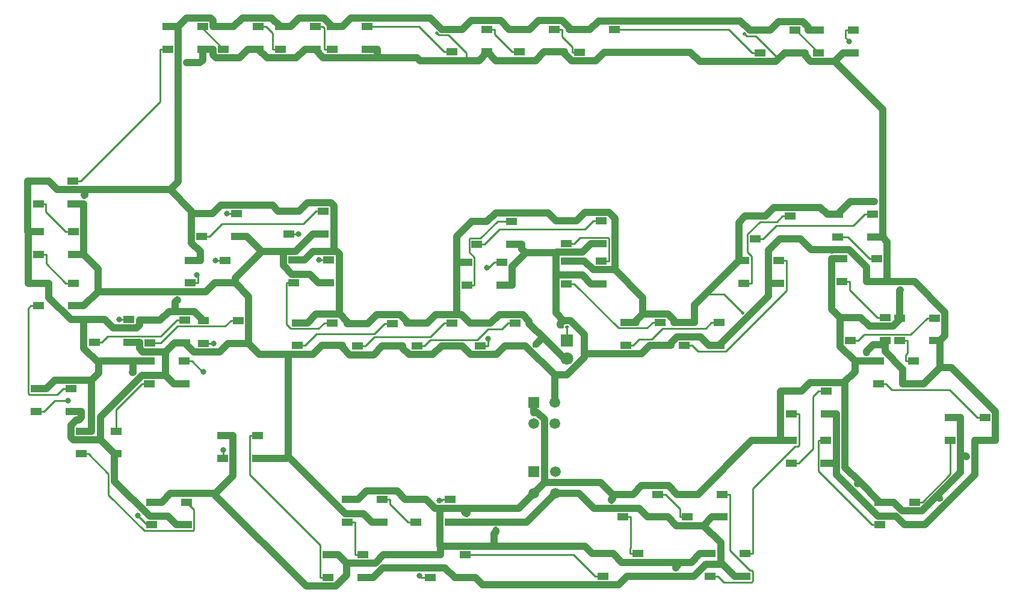
<source format=gbr>
%TF.GenerationSoftware,KiCad,Pcbnew,(5.1.6)-1*%
%TF.CreationDate,2020-11-25T10:01:43+11:00*%
%TF.ProjectId,INTR LT Panel PCB V1,494e5452-204c-4542-9050-616e656c2050,rev?*%
%TF.SameCoordinates,Original*%
%TF.FileFunction,Copper,L1,Top*%
%TF.FilePolarity,Positive*%
%FSLAX46Y46*%
G04 Gerber Fmt 4.6, Leading zero omitted, Abs format (unit mm)*
G04 Created by KiCad (PCBNEW (5.1.6)-1) date 2020-11-25 10:01:43*
%MOMM*%
%LPD*%
G01*
G04 APERTURE LIST*
%TA.AperFunction,SMDPad,CuDef*%
%ADD10R,1.500000X1.000000*%
%TD*%
%TA.AperFunction,ComponentPad*%
%ADD11C,1.520000*%
%TD*%
%TA.AperFunction,ComponentPad*%
%ADD12R,1.520000X1.520000*%
%TD*%
%TA.AperFunction,ComponentPad*%
%ADD13C,1.800000*%
%TD*%
%TA.AperFunction,ComponentPad*%
%ADD14R,1.800000X1.800000*%
%TD*%
%TA.AperFunction,ViaPad*%
%ADD15C,0.800000*%
%TD*%
%TA.AperFunction,Conductor*%
%ADD16C,1.000000*%
%TD*%
%TA.AperFunction,Conductor*%
%ADD17C,0.400600*%
%TD*%
%TA.AperFunction,Conductor*%
%ADD18C,0.250000*%
%TD*%
G04 APERTURE END LIST*
%TO.P,C23,2*%
%TO.N,/LEDGND*%
%TA.AperFunction,SMDPad,CuDef*%
G36*
G01*
X163447400Y-85650200D02*
X163247400Y-85650200D01*
G75*
G02*
X163147400Y-85550200I0J100000D01*
G01*
X163147400Y-85290200D01*
G75*
G02*
X163247400Y-85190200I100000J0D01*
G01*
X163447400Y-85190200D01*
G75*
G02*
X163547400Y-85290200I0J-100000D01*
G01*
X163547400Y-85550200D01*
G75*
G02*
X163447400Y-85650200I-100000J0D01*
G01*
G37*
%TD.AperFunction*%
%TO.P,C23,1*%
%TO.N,/LED+5V*%
%TA.AperFunction,SMDPad,CuDef*%
G36*
G01*
X163447400Y-86290200D02*
X163247400Y-86290200D01*
G75*
G02*
X163147400Y-86190200I0J100000D01*
G01*
X163147400Y-85930200D01*
G75*
G02*
X163247400Y-85830200I100000J0D01*
G01*
X163447400Y-85830200D01*
G75*
G02*
X163547400Y-85930200I0J-100000D01*
G01*
X163547400Y-86190200D01*
G75*
G02*
X163447400Y-86290200I-100000J0D01*
G01*
G37*
%TD.AperFunction*%
%TD*%
%TO.P,C22,2*%
%TO.N,/LEDGND*%
%TA.AperFunction,SMDPad,CuDef*%
G36*
G01*
X160389400Y-74039400D02*
X160389400Y-73839400D01*
G75*
G02*
X160489400Y-73739400I100000J0D01*
G01*
X160749400Y-73739400D01*
G75*
G02*
X160849400Y-73839400I0J-100000D01*
G01*
X160849400Y-74039400D01*
G75*
G02*
X160749400Y-74139400I-100000J0D01*
G01*
X160489400Y-74139400D01*
G75*
G02*
X160389400Y-74039400I0J100000D01*
G01*
G37*
%TD.AperFunction*%
%TO.P,C22,1*%
%TO.N,/LED+5V*%
%TA.AperFunction,SMDPad,CuDef*%
G36*
G01*
X159749400Y-74039400D02*
X159749400Y-73839400D01*
G75*
G02*
X159849400Y-73739400I100000J0D01*
G01*
X160109400Y-73739400D01*
G75*
G02*
X160209400Y-73839400I0J-100000D01*
G01*
X160209400Y-74039400D01*
G75*
G02*
X160109400Y-74139400I-100000J0D01*
G01*
X159849400Y-74139400D01*
G75*
G02*
X159749400Y-74039400I0J100000D01*
G01*
G37*
%TD.AperFunction*%
%TD*%
%TO.P,C21,2*%
%TO.N,/LEDGND*%
%TA.AperFunction,SMDPad,CuDef*%
G36*
G01*
X158697600Y-95708600D02*
X158497600Y-95708600D01*
G75*
G02*
X158397600Y-95608600I0J100000D01*
G01*
X158397600Y-95348600D01*
G75*
G02*
X158497600Y-95248600I100000J0D01*
G01*
X158697600Y-95248600D01*
G75*
G02*
X158797600Y-95348600I0J-100000D01*
G01*
X158797600Y-95608600D01*
G75*
G02*
X158697600Y-95708600I-100000J0D01*
G01*
G37*
%TD.AperFunction*%
%TO.P,C21,1*%
%TO.N,/LED+5V*%
%TA.AperFunction,SMDPad,CuDef*%
G36*
G01*
X158697600Y-96348600D02*
X158497600Y-96348600D01*
G75*
G02*
X158397600Y-96248600I0J100000D01*
G01*
X158397600Y-95988600D01*
G75*
G02*
X158497600Y-95888600I100000J0D01*
G01*
X158697600Y-95888600D01*
G75*
G02*
X158797600Y-95988600I0J-100000D01*
G01*
X158797600Y-96248600D01*
G75*
G02*
X158697600Y-96348600I-100000J0D01*
G01*
G37*
%TD.AperFunction*%
%TD*%
%TO.P,C20,2*%
%TO.N,/LEDGND*%
%TA.AperFunction,SMDPad,CuDef*%
G36*
G01*
X173368800Y-109929600D02*
X173368800Y-109729600D01*
G75*
G02*
X173468800Y-109629600I100000J0D01*
G01*
X173728800Y-109629600D01*
G75*
G02*
X173828800Y-109729600I0J-100000D01*
G01*
X173828800Y-109929600D01*
G75*
G02*
X173728800Y-110029600I-100000J0D01*
G01*
X173468800Y-110029600D01*
G75*
G02*
X173368800Y-109929600I0J100000D01*
G01*
G37*
%TD.AperFunction*%
%TO.P,C20,1*%
%TO.N,/LED+5V*%
%TA.AperFunction,SMDPad,CuDef*%
G36*
G01*
X172728800Y-109929600D02*
X172728800Y-109729600D01*
G75*
G02*
X172828800Y-109629600I100000J0D01*
G01*
X173088800Y-109629600D01*
G75*
G02*
X173188800Y-109729600I0J-100000D01*
G01*
X173188800Y-109929600D01*
G75*
G02*
X173088800Y-110029600I-100000J0D01*
G01*
X172828800Y-110029600D01*
G75*
G02*
X172728800Y-109929600I0J100000D01*
G01*
G37*
%TD.AperFunction*%
%TD*%
%TO.P,C19,2*%
%TO.N,/LEDGND*%
%TA.AperFunction,SMDPad,CuDef*%
G36*
G01*
X154875400Y-106834000D02*
X154875400Y-107034000D01*
G75*
G02*
X154775400Y-107134000I-100000J0D01*
G01*
X154515400Y-107134000D01*
G75*
G02*
X154415400Y-107034000I0J100000D01*
G01*
X154415400Y-106834000D01*
G75*
G02*
X154515400Y-106734000I100000J0D01*
G01*
X154775400Y-106734000D01*
G75*
G02*
X154875400Y-106834000I0J-100000D01*
G01*
G37*
%TD.AperFunction*%
%TO.P,C19,1*%
%TO.N,/LED+5V*%
%TA.AperFunction,SMDPad,CuDef*%
G36*
G01*
X155515400Y-106834000D02*
X155515400Y-107034000D01*
G75*
G02*
X155415400Y-107134000I-100000J0D01*
G01*
X155155400Y-107134000D01*
G75*
G02*
X155055400Y-107034000I0J100000D01*
G01*
X155055400Y-106834000D01*
G75*
G02*
X155155400Y-106734000I100000J0D01*
G01*
X155415400Y-106734000D01*
G75*
G02*
X155515400Y-106834000I0J-100000D01*
G01*
G37*
%TD.AperFunction*%
%TD*%
%TO.P,C18,2*%
%TO.N,/LEDGND*%
%TA.AperFunction,SMDPad,CuDef*%
G36*
G01*
X156759124Y-114066655D02*
X156900546Y-114208076D01*
G75*
G02*
X156900546Y-114349498I-70711J-70711D01*
G01*
X156716698Y-114533346D01*
G75*
G02*
X156575276Y-114533346I-70711J70711D01*
G01*
X156433854Y-114391924D01*
G75*
G02*
X156433854Y-114250502I70711J70711D01*
G01*
X156617702Y-114066654D01*
G75*
G02*
X156759124Y-114066654I70711J-70711D01*
G01*
G37*
%TD.AperFunction*%
%TO.P,C18,1*%
%TO.N,/LED+5V*%
%TA.AperFunction,SMDPad,CuDef*%
G36*
G01*
X157211672Y-113614107D02*
X157353094Y-113755528D01*
G75*
G02*
X157353094Y-113896950I-70711J-70711D01*
G01*
X157169246Y-114080798D01*
G75*
G02*
X157027824Y-114080798I-70711J70711D01*
G01*
X156886402Y-113939376D01*
G75*
G02*
X156886402Y-113797954I70711J70711D01*
G01*
X157070250Y-113614106D01*
G75*
G02*
X157211672Y-113614106I70711J-70711D01*
G01*
G37*
%TD.AperFunction*%
%TD*%
%TO.P,C17,2*%
%TO.N,/LEDGND*%
%TA.AperFunction,SMDPad,CuDef*%
G36*
G01*
X169309329Y-116212350D02*
X169450750Y-116070928D01*
G75*
G02*
X169592172Y-116070928I70711J-70711D01*
G01*
X169776020Y-116254776D01*
G75*
G02*
X169776020Y-116396198I-70711J-70711D01*
G01*
X169634598Y-116537620D01*
G75*
G02*
X169493176Y-116537620I-70711J70711D01*
G01*
X169309328Y-116353772D01*
G75*
G02*
X169309328Y-116212350I70711J70711D01*
G01*
G37*
%TD.AperFunction*%
%TO.P,C17,1*%
%TO.N,/LED+5V*%
%TA.AperFunction,SMDPad,CuDef*%
G36*
G01*
X168856781Y-115759802D02*
X168998202Y-115618380D01*
G75*
G02*
X169139624Y-115618380I70711J-70711D01*
G01*
X169323472Y-115802228D01*
G75*
G02*
X169323472Y-115943650I-70711J-70711D01*
G01*
X169182050Y-116085072D01*
G75*
G02*
X169040628Y-116085072I-70711J70711D01*
G01*
X168856780Y-115901224D01*
G75*
G02*
X168856780Y-115759802I70711J70711D01*
G01*
G37*
%TD.AperFunction*%
%TD*%
%TO.P,C16,2*%
%TO.N,/LEDGND*%
%TA.AperFunction,SMDPad,CuDef*%
G36*
G01*
X106526000Y-119432200D02*
X106326000Y-119432200D01*
G75*
G02*
X106226000Y-119332200I0J100000D01*
G01*
X106226000Y-119072200D01*
G75*
G02*
X106326000Y-118972200I100000J0D01*
G01*
X106526000Y-118972200D01*
G75*
G02*
X106626000Y-119072200I0J-100000D01*
G01*
X106626000Y-119332200D01*
G75*
G02*
X106526000Y-119432200I-100000J0D01*
G01*
G37*
%TD.AperFunction*%
%TO.P,C16,1*%
%TO.N,/LED+5V*%
%TA.AperFunction,SMDPad,CuDef*%
G36*
G01*
X106526000Y-120072200D02*
X106326000Y-120072200D01*
G75*
G02*
X106226000Y-119972200I0J100000D01*
G01*
X106226000Y-119712200D01*
G75*
G02*
X106326000Y-119612200I100000J0D01*
G01*
X106526000Y-119612200D01*
G75*
G02*
X106626000Y-119712200I0J-100000D01*
G01*
X106626000Y-119972200D01*
G75*
G02*
X106526000Y-120072200I-100000J0D01*
G01*
G37*
%TD.AperFunction*%
%TD*%
%TO.P,C15,2*%
%TO.N,/LEDGND*%
%TA.AperFunction,SMDPad,CuDef*%
G36*
G01*
X131675200Y-126175600D02*
X131875200Y-126175600D01*
G75*
G02*
X131975200Y-126275600I0J-100000D01*
G01*
X131975200Y-126535600D01*
G75*
G02*
X131875200Y-126635600I-100000J0D01*
G01*
X131675200Y-126635600D01*
G75*
G02*
X131575200Y-126535600I0J100000D01*
G01*
X131575200Y-126275600D01*
G75*
G02*
X131675200Y-126175600I100000J0D01*
G01*
G37*
%TD.AperFunction*%
%TO.P,C15,1*%
%TO.N,/LED+5V*%
%TA.AperFunction,SMDPad,CuDef*%
G36*
G01*
X131675200Y-125535600D02*
X131875200Y-125535600D01*
G75*
G02*
X131975200Y-125635600I0J-100000D01*
G01*
X131975200Y-125895600D01*
G75*
G02*
X131875200Y-125995600I-100000J0D01*
G01*
X131675200Y-125995600D01*
G75*
G02*
X131575200Y-125895600I0J100000D01*
G01*
X131575200Y-125635600D01*
G75*
G02*
X131675200Y-125535600I100000J0D01*
G01*
G37*
%TD.AperFunction*%
%TD*%
%TO.P,C14,2*%
%TO.N,/LEDGND*%
%TA.AperFunction,SMDPad,CuDef*%
G36*
G01*
X122632800Y-116650600D02*
X122832800Y-116650600D01*
G75*
G02*
X122932800Y-116750600I0J-100000D01*
G01*
X122932800Y-117010600D01*
G75*
G02*
X122832800Y-117110600I-100000J0D01*
G01*
X122632800Y-117110600D01*
G75*
G02*
X122532800Y-117010600I0J100000D01*
G01*
X122532800Y-116750600D01*
G75*
G02*
X122632800Y-116650600I100000J0D01*
G01*
G37*
%TD.AperFunction*%
%TO.P,C14,1*%
%TO.N,/LED+5V*%
%TA.AperFunction,SMDPad,CuDef*%
G36*
G01*
X122632800Y-116010600D02*
X122832800Y-116010600D01*
G75*
G02*
X122932800Y-116110600I0J-100000D01*
G01*
X122932800Y-116370600D01*
G75*
G02*
X122832800Y-116470600I-100000J0D01*
G01*
X122632800Y-116470600D01*
G75*
G02*
X122532800Y-116370600I0J100000D01*
G01*
X122532800Y-116110600D01*
G75*
G02*
X122632800Y-116010600I100000J0D01*
G01*
G37*
%TD.AperFunction*%
%TD*%
%TO.P,C13,2*%
%TO.N,/LEDGND*%
%TA.AperFunction,SMDPad,CuDef*%
G36*
G01*
X90061329Y-125229350D02*
X90202750Y-125087928D01*
G75*
G02*
X90344172Y-125087928I70711J-70711D01*
G01*
X90528020Y-125271776D01*
G75*
G02*
X90528020Y-125413198I-70711J-70711D01*
G01*
X90386598Y-125554620D01*
G75*
G02*
X90245176Y-125554620I-70711J70711D01*
G01*
X90061328Y-125370772D01*
G75*
G02*
X90061328Y-125229350I70711J70711D01*
G01*
G37*
%TD.AperFunction*%
%TO.P,C13,1*%
%TO.N,/LED+5V*%
%TA.AperFunction,SMDPad,CuDef*%
G36*
G01*
X89608781Y-124776802D02*
X89750202Y-124635380D01*
G75*
G02*
X89891624Y-124635380I70711J-70711D01*
G01*
X90075472Y-124819228D01*
G75*
G02*
X90075472Y-124960650I-70711J-70711D01*
G01*
X89934050Y-125102072D01*
G75*
G02*
X89792628Y-125102072I-70711J70711D01*
G01*
X89608780Y-124918224D01*
G75*
G02*
X89608780Y-124776802I70711J70711D01*
G01*
G37*
%TD.AperFunction*%
%TD*%
%TO.P,C12,2*%
%TO.N,/LEDGND*%
%TA.AperFunction,SMDPad,CuDef*%
G36*
G01*
X102262000Y-118555600D02*
X102462000Y-118555600D01*
G75*
G02*
X102562000Y-118655600I0J-100000D01*
G01*
X102562000Y-118915600D01*
G75*
G02*
X102462000Y-119015600I-100000J0D01*
G01*
X102262000Y-119015600D01*
G75*
G02*
X102162000Y-118915600I0J100000D01*
G01*
X102162000Y-118655600D01*
G75*
G02*
X102262000Y-118555600I100000J0D01*
G01*
G37*
%TD.AperFunction*%
%TO.P,C12,1*%
%TO.N,/LED+5V*%
%TA.AperFunction,SMDPad,CuDef*%
G36*
G01*
X102262000Y-117915600D02*
X102462000Y-117915600D01*
G75*
G02*
X102562000Y-118015600I0J-100000D01*
G01*
X102562000Y-118275600D01*
G75*
G02*
X102462000Y-118375600I-100000J0D01*
G01*
X102262000Y-118375600D01*
G75*
G02*
X102162000Y-118275600I0J100000D01*
G01*
X102162000Y-118015600D01*
G75*
G02*
X102262000Y-117915600I100000J0D01*
G01*
G37*
%TD.AperFunction*%
%TD*%
%TO.P,C11,2*%
%TO.N,/LEDGND*%
%TA.AperFunction,SMDPad,CuDef*%
G36*
G01*
X48414000Y-73775400D02*
X48614000Y-73775400D01*
G75*
G02*
X48714000Y-73875400I0J-100000D01*
G01*
X48714000Y-74135400D01*
G75*
G02*
X48614000Y-74235400I-100000J0D01*
G01*
X48414000Y-74235400D01*
G75*
G02*
X48314000Y-74135400I0J100000D01*
G01*
X48314000Y-73875400D01*
G75*
G02*
X48414000Y-73775400I100000J0D01*
G01*
G37*
%TD.AperFunction*%
%TO.P,C11,1*%
%TO.N,/LED+5V*%
%TA.AperFunction,SMDPad,CuDef*%
G36*
G01*
X48414000Y-73135400D02*
X48614000Y-73135400D01*
G75*
G02*
X48714000Y-73235400I0J-100000D01*
G01*
X48714000Y-73495400D01*
G75*
G02*
X48614000Y-73595400I-100000J0D01*
G01*
X48414000Y-73595400D01*
G75*
G02*
X48314000Y-73495400I0J100000D01*
G01*
X48314000Y-73235400D01*
G75*
G02*
X48414000Y-73135400I100000J0D01*
G01*
G37*
%TD.AperFunction*%
%TD*%
%TO.P,C10,2*%
%TO.N,/LEDGND*%
%TA.AperFunction,SMDPad,CuDef*%
G36*
G01*
X50280400Y-104544800D02*
X50280400Y-104344800D01*
G75*
G02*
X50380400Y-104244800I100000J0D01*
G01*
X50640400Y-104244800D01*
G75*
G02*
X50740400Y-104344800I0J-100000D01*
G01*
X50740400Y-104544800D01*
G75*
G02*
X50640400Y-104644800I-100000J0D01*
G01*
X50380400Y-104644800D01*
G75*
G02*
X50280400Y-104544800I0J100000D01*
G01*
G37*
%TD.AperFunction*%
%TO.P,C10,1*%
%TO.N,/LED+5V*%
%TA.AperFunction,SMDPad,CuDef*%
G36*
G01*
X49640400Y-104544800D02*
X49640400Y-104344800D01*
G75*
G02*
X49740400Y-104244800I100000J0D01*
G01*
X50000400Y-104244800D01*
G75*
G02*
X50100400Y-104344800I0J-100000D01*
G01*
X50100400Y-104544800D01*
G75*
G02*
X50000400Y-104644800I-100000J0D01*
G01*
X49740400Y-104644800D01*
G75*
G02*
X49640400Y-104544800I0J100000D01*
G01*
G37*
%TD.AperFunction*%
%TD*%
%TO.P,C9,2*%
%TO.N,/LEDGND*%
%TA.AperFunction,SMDPad,CuDef*%
G36*
G01*
X61720400Y-87047200D02*
X61520400Y-87047200D01*
G75*
G02*
X61420400Y-86947200I0J100000D01*
G01*
X61420400Y-86687200D01*
G75*
G02*
X61520400Y-86587200I100000J0D01*
G01*
X61720400Y-86587200D01*
G75*
G02*
X61820400Y-86687200I0J-100000D01*
G01*
X61820400Y-86947200D01*
G75*
G02*
X61720400Y-87047200I-100000J0D01*
G01*
G37*
%TD.AperFunction*%
%TO.P,C9,1*%
%TO.N,/LED+5V*%
%TA.AperFunction,SMDPad,CuDef*%
G36*
G01*
X61720400Y-87687200D02*
X61520400Y-87687200D01*
G75*
G02*
X61420400Y-87587200I0J100000D01*
G01*
X61420400Y-87327200D01*
G75*
G02*
X61520400Y-87227200I100000J0D01*
G01*
X61720400Y-87227200D01*
G75*
G02*
X61820400Y-87327200I0J-100000D01*
G01*
X61820400Y-87587200D01*
G75*
G02*
X61720400Y-87687200I-100000J0D01*
G01*
G37*
%TD.AperFunction*%
%TD*%
%TO.P,C8,2*%
%TO.N,/LEDGND*%
%TA.AperFunction,SMDPad,CuDef*%
G36*
G01*
X111473250Y-94455529D02*
X111614672Y-94596950D01*
G75*
G02*
X111614672Y-94738372I-70711J-70711D01*
G01*
X111430824Y-94922220D01*
G75*
G02*
X111289402Y-94922220I-70711J70711D01*
G01*
X111147980Y-94780798D01*
G75*
G02*
X111147980Y-94639376I70711J70711D01*
G01*
X111331828Y-94455528D01*
G75*
G02*
X111473250Y-94455528I70711J-70711D01*
G01*
G37*
%TD.AperFunction*%
%TO.P,C8,1*%
%TO.N,/LED+5V*%
%TA.AperFunction,SMDPad,CuDef*%
G36*
G01*
X111925798Y-94002981D02*
X112067220Y-94144402D01*
G75*
G02*
X112067220Y-94285824I-70711J-70711D01*
G01*
X111883372Y-94469672D01*
G75*
G02*
X111741950Y-94469672I-70711J70711D01*
G01*
X111600528Y-94328250D01*
G75*
G02*
X111600528Y-94186828I70711J70711D01*
G01*
X111784376Y-94002980D01*
G75*
G02*
X111925798Y-94002980I70711J-70711D01*
G01*
G37*
%TD.AperFunction*%
%TD*%
%TO.P,C7,1*%
%TO.N,/LED+5V*%
%TA.AperFunction,SMDPad,CuDef*%
G36*
G01*
X55334133Y-98096754D02*
X55475554Y-97955332D01*
G75*
G02*
X55616976Y-97955332I70711J-70711D01*
G01*
X55800824Y-98139180D01*
G75*
G02*
X55800824Y-98280602I-70711J-70711D01*
G01*
X55659402Y-98422024D01*
G75*
G02*
X55517980Y-98422024I-70711J70711D01*
G01*
X55334132Y-98238176D01*
G75*
G02*
X55334132Y-98096754I70711J70711D01*
G01*
G37*
%TD.AperFunction*%
%TO.P,C7,2*%
%TO.N,/LEDGND*%
%TA.AperFunction,SMDPad,CuDef*%
G36*
G01*
X55786681Y-98549302D02*
X55928102Y-98407880D01*
G75*
G02*
X56069524Y-98407880I70711J-70711D01*
G01*
X56253372Y-98591728D01*
G75*
G02*
X56253372Y-98733150I-70711J-70711D01*
G01*
X56111950Y-98874572D01*
G75*
G02*
X55970528Y-98874572I-70711J70711D01*
G01*
X55786680Y-98690724D01*
G75*
G02*
X55786680Y-98549302I70711J70711D01*
G01*
G37*
%TD.AperFunction*%
%TD*%
%TO.P,C6,2*%
%TO.N,/LEDGND*%
%TA.AperFunction,SMDPad,CuDef*%
G36*
G01*
X141394729Y-89948750D02*
X141536150Y-89807328D01*
G75*
G02*
X141677572Y-89807328I70711J-70711D01*
G01*
X141861420Y-89991176D01*
G75*
G02*
X141861420Y-90132598I-70711J-70711D01*
G01*
X141719998Y-90274020D01*
G75*
G02*
X141578576Y-90274020I-70711J70711D01*
G01*
X141394728Y-90090172D01*
G75*
G02*
X141394728Y-89948750I70711J70711D01*
G01*
G37*
%TD.AperFunction*%
%TO.P,C6,1*%
%TO.N,/LED+5V*%
%TA.AperFunction,SMDPad,CuDef*%
G36*
G01*
X140942181Y-89496202D02*
X141083602Y-89354780D01*
G75*
G02*
X141225024Y-89354780I70711J-70711D01*
G01*
X141408872Y-89538628D01*
G75*
G02*
X141408872Y-89680050I-70711J-70711D01*
G01*
X141267450Y-89821472D01*
G75*
G02*
X141126028Y-89821472I-70711J70711D01*
G01*
X140942180Y-89637624D01*
G75*
G02*
X140942180Y-89496202I70711J70711D01*
G01*
G37*
%TD.AperFunction*%
%TD*%
%TO.P,C5,2*%
%TO.N,/LEDGND*%
%TA.AperFunction,SMDPad,CuDef*%
G36*
G01*
X153820800Y-81256000D02*
X153620800Y-81256000D01*
G75*
G02*
X153520800Y-81156000I0J100000D01*
G01*
X153520800Y-80896000D01*
G75*
G02*
X153620800Y-80796000I100000J0D01*
G01*
X153820800Y-80796000D01*
G75*
G02*
X153920800Y-80896000I0J-100000D01*
G01*
X153920800Y-81156000D01*
G75*
G02*
X153820800Y-81256000I-100000J0D01*
G01*
G37*
%TD.AperFunction*%
%TO.P,C5,1*%
%TO.N,/LED+5V*%
%TA.AperFunction,SMDPad,CuDef*%
G36*
G01*
X153820800Y-81896000D02*
X153620800Y-81896000D01*
G75*
G02*
X153520800Y-81796000I0J100000D01*
G01*
X153520800Y-81536000D01*
G75*
G02*
X153620800Y-81436000I100000J0D01*
G01*
X153820800Y-81436000D01*
G75*
G02*
X153920800Y-81536000I0J-100000D01*
G01*
X153920800Y-81796000D01*
G75*
G02*
X153820800Y-81896000I-100000J0D01*
G01*
G37*
%TD.AperFunction*%
%TD*%
%TO.P,C4,2*%
%TO.N,/LEDGND*%
%TA.AperFunction,SMDPad,CuDef*%
G36*
G01*
X141496050Y-50056329D02*
X141637472Y-50197750D01*
G75*
G02*
X141637472Y-50339172I-70711J-70711D01*
G01*
X141453624Y-50523020D01*
G75*
G02*
X141312202Y-50523020I-70711J70711D01*
G01*
X141170780Y-50381598D01*
G75*
G02*
X141170780Y-50240176I70711J70711D01*
G01*
X141354628Y-50056328D01*
G75*
G02*
X141496050Y-50056328I70711J-70711D01*
G01*
G37*
%TD.AperFunction*%
%TO.P,C4,1*%
%TO.N,/LED+5V*%
%TA.AperFunction,SMDPad,CuDef*%
G36*
G01*
X141948598Y-49603781D02*
X142090020Y-49745202D01*
G75*
G02*
X142090020Y-49886624I-70711J-70711D01*
G01*
X141906172Y-50070472D01*
G75*
G02*
X141764750Y-50070472I-70711J70711D01*
G01*
X141623328Y-49929050D01*
G75*
G02*
X141623328Y-49787628I70711J70711D01*
G01*
X141807176Y-49603780D01*
G75*
G02*
X141948598Y-49603780I70711J-70711D01*
G01*
G37*
%TD.AperFunction*%
%TD*%
%TO.P,C3,2*%
%TO.N,/LEDGND*%
%TA.AperFunction,SMDPad,CuDef*%
G36*
G01*
X98242176Y-49952403D02*
X98383598Y-50093824D01*
G75*
G02*
X98383598Y-50235246I-70711J-70711D01*
G01*
X98199750Y-50419094D01*
G75*
G02*
X98058328Y-50419094I-70711J70711D01*
G01*
X97916906Y-50277672D01*
G75*
G02*
X97916906Y-50136250I70711J70711D01*
G01*
X98100754Y-49952402D01*
G75*
G02*
X98242176Y-49952402I70711J-70711D01*
G01*
G37*
%TD.AperFunction*%
%TO.P,C3,1*%
%TO.N,/LED+5V*%
%TA.AperFunction,SMDPad,CuDef*%
G36*
G01*
X98694724Y-49499855D02*
X98836146Y-49641276D01*
G75*
G02*
X98836146Y-49782698I-70711J-70711D01*
G01*
X98652298Y-49966546D01*
G75*
G02*
X98510876Y-49966546I-70711J70711D01*
G01*
X98369454Y-49825124D01*
G75*
G02*
X98369454Y-49683702I70711J70711D01*
G01*
X98553302Y-49499854D01*
G75*
G02*
X98694724Y-49499854I70711J-70711D01*
G01*
G37*
%TD.AperFunction*%
%TD*%
%TO.P,C2,2*%
%TO.N,/LEDGND*%
%TA.AperFunction,SMDPad,CuDef*%
G36*
G01*
X62396200Y-54481400D02*
X62396200Y-54281400D01*
G75*
G02*
X62496200Y-54181400I100000J0D01*
G01*
X62756200Y-54181400D01*
G75*
G02*
X62856200Y-54281400I0J-100000D01*
G01*
X62856200Y-54481400D01*
G75*
G02*
X62756200Y-54581400I-100000J0D01*
G01*
X62496200Y-54581400D01*
G75*
G02*
X62396200Y-54481400I0J100000D01*
G01*
G37*
%TD.AperFunction*%
%TO.P,C2,1*%
%TO.N,/LED+5V*%
%TA.AperFunction,SMDPad,CuDef*%
G36*
G01*
X61756200Y-54481400D02*
X61756200Y-54281400D01*
G75*
G02*
X61856200Y-54181400I100000J0D01*
G01*
X62116200Y-54181400D01*
G75*
G02*
X62216200Y-54281400I0J-100000D01*
G01*
X62216200Y-54481400D01*
G75*
G02*
X62116200Y-54581400I-100000J0D01*
G01*
X61856200Y-54581400D01*
G75*
G02*
X61756200Y-54481400I0J100000D01*
G01*
G37*
%TD.AperFunction*%
%TD*%
D10*
%TO.P,D54,1*%
%TO.N,/LED+5V*%
X57990400Y-116205000D03*
%TO.P,D54,2*%
%TO.N,/DATAOUT*%
X57990400Y-119405000D03*
%TO.P,D54,4*%
%TO.N,Net-(D53-Pad2)*%
X62890400Y-116205000D03*
%TO.P,D54,3*%
%TO.N,/LEDGND*%
X62890400Y-119405000D03*
%TD*%
%TO.P,D53,1*%
%TO.N,/LED+5V*%
X48133000Y-106223000D03*
%TO.P,D53,2*%
%TO.N,Net-(D53-Pad2)*%
X48133000Y-109423000D03*
%TO.P,D53,4*%
%TO.N,Net-(D52-Pad2)*%
X53033000Y-106223000D03*
%TO.P,D53,3*%
%TO.N,/LEDGND*%
X53033000Y-109423000D03*
%TD*%
%TO.P,D52,1*%
%TO.N,/LED+5V*%
X57711000Y-96367600D03*
%TO.P,D52,2*%
%TO.N,Net-(D52-Pad2)*%
X57711000Y-99567600D03*
%TO.P,D52,4*%
%TO.N,Net-(D51-Pad2)*%
X62611000Y-96367600D03*
%TO.P,D52,3*%
%TO.N,/LEDGND*%
X62611000Y-99567600D03*
%TD*%
%TO.P,D51,1*%
%TO.N,/LED+5V*%
X68035000Y-106833000D03*
%TO.P,D51,2*%
%TO.N,Net-(D51-Pad2)*%
X68035000Y-110033000D03*
%TO.P,D51,4*%
%TO.N,Net-(D50-Pad2)*%
X72935000Y-106833000D03*
%TO.P,D51,3*%
%TO.N,/LEDGND*%
X72935000Y-110033000D03*
%TD*%
%TO.P,D50,1*%
%TO.N,/LED+5V*%
X82831600Y-123622000D03*
%TO.P,D50,2*%
%TO.N,Net-(D50-Pad2)*%
X82831600Y-126822000D03*
%TO.P,D50,4*%
%TO.N,Net-(D49-Pad2)*%
X87731600Y-123622000D03*
%TO.P,D50,3*%
%TO.N,/LEDGND*%
X87731600Y-126822000D03*
%TD*%
%TO.P,D49,1*%
%TO.N,/LED+5V*%
X85574800Y-115849000D03*
%TO.P,D49,2*%
%TO.N,Net-(D49-Pad2)*%
X85574800Y-119049000D03*
%TO.P,D49,4*%
%TO.N,Net-(D48-Pad2)*%
X90474800Y-115849000D03*
%TO.P,D49,3*%
%TO.N,/LEDGND*%
X90474800Y-119049000D03*
%TD*%
%TO.P,D48,1*%
%TO.N,/LED+5V*%
X95150600Y-115799000D03*
%TO.P,D48,2*%
%TO.N,Net-(D48-Pad2)*%
X95150600Y-118999000D03*
%TO.P,D48,4*%
%TO.N,Net-(D47-Pad2)*%
X100050600Y-115799000D03*
%TO.P,D48,3*%
%TO.N,/LEDGND*%
X100050600Y-118999000D03*
%TD*%
%TO.P,D47,1*%
%TO.N,/LED+5V*%
X97208000Y-123647000D03*
%TO.P,D47,2*%
%TO.N,Net-(D47-Pad2)*%
X97208000Y-126847000D03*
%TO.P,D47,4*%
%TO.N,Net-(D46-Pad2)*%
X102108000Y-123647000D03*
%TO.P,D47,3*%
%TO.N,/LEDGND*%
X102108000Y-126847000D03*
%TD*%
%TO.P,D46,1*%
%TO.N,/LED+5V*%
X121490000Y-123469000D03*
%TO.P,D46,2*%
%TO.N,Net-(D46-Pad2)*%
X121490000Y-126669000D03*
%TO.P,D46,4*%
%TO.N,Net-(D45-Pad2)*%
X126390000Y-123469000D03*
%TO.P,D46,3*%
%TO.N,/LEDGND*%
X126390000Y-126669000D03*
%TD*%
%TO.P,D45,1*%
%TO.N,/LED+5V*%
X124310000Y-115113000D03*
%TO.P,D45,2*%
%TO.N,Net-(D45-Pad2)*%
X124310000Y-118313000D03*
%TO.P,D45,4*%
%TO.N,Net-(D44-Pad2)*%
X129210000Y-115113000D03*
%TO.P,D45,3*%
%TO.N,/LEDGND*%
X129210000Y-118313000D03*
%TD*%
%TO.P,D44,1*%
%TO.N,/LED+5V*%
X133415000Y-115113000D03*
%TO.P,D44,2*%
%TO.N,Net-(D44-Pad2)*%
X133415000Y-118313000D03*
%TO.P,D44,4*%
%TO.N,Net-(D43-Pad2)*%
X138315000Y-115113000D03*
%TO.P,D44,3*%
%TO.N,/LEDGND*%
X138315000Y-118313000D03*
%TD*%
%TO.P,D43,1*%
%TO.N,/LED+5V*%
X136629000Y-123444000D03*
%TO.P,D43,2*%
%TO.N,Net-(D43-Pad2)*%
X136629000Y-126644000D03*
%TO.P,D43,4*%
%TO.N,Net-(D42-Pad2)*%
X141529000Y-123444000D03*
%TO.P,D43,3*%
%TO.N,/LEDGND*%
X141529000Y-126644000D03*
%TD*%
%TO.P,D42,1*%
%TO.N,/LED+5V*%
X148008000Y-100610000D03*
%TO.P,D42,2*%
%TO.N,Net-(D42-Pad2)*%
X148008000Y-103810000D03*
%TO.P,D42,4*%
%TO.N,Net-(D41-Pad2)*%
X152908000Y-100610000D03*
%TO.P,D42,3*%
%TO.N,/LEDGND*%
X152908000Y-103810000D03*
%TD*%
%TO.P,D41,1*%
%TO.N,/LED+5V*%
X147983000Y-107519000D03*
%TO.P,D41,2*%
%TO.N,Net-(D41-Pad2)*%
X147983000Y-110719000D03*
%TO.P,D41,4*%
%TO.N,Net-(D40-Pad2)*%
X152883000Y-107519000D03*
%TO.P,D41,3*%
%TO.N,/LEDGND*%
X152883000Y-110719000D03*
%TD*%
%TO.P,D40,1*%
%TO.N,/LED+5V*%
X160466000Y-116205000D03*
%TO.P,D40,2*%
%TO.N,Net-(D40-Pad2)*%
X160466000Y-119405000D03*
%TO.P,D40,4*%
%TO.N,Net-(D39-Pad2)*%
X165366000Y-116205000D03*
%TO.P,D40,3*%
%TO.N,/LEDGND*%
X165366000Y-119405000D03*
%TD*%
%TO.P,D39,1*%
%TO.N,/LED+5V*%
X170385000Y-104318000D03*
%TO.P,D39,2*%
%TO.N,Net-(D39-Pad2)*%
X170385000Y-107518000D03*
%TO.P,D39,4*%
%TO.N,Net-(D38-Pad2)*%
X175285000Y-104318000D03*
%TO.P,D39,3*%
%TO.N,/LEDGND*%
X175285000Y-107518000D03*
%TD*%
%TO.P,D38,1*%
%TO.N,/LED+5V*%
X160276000Y-96367600D03*
%TO.P,D38,2*%
%TO.N,Net-(D38-Pad2)*%
X160276000Y-99567600D03*
%TO.P,D38,4*%
%TO.N,Net-(D37-Pad2)*%
X165176000Y-96367600D03*
%TO.P,D38,3*%
%TO.N,/LEDGND*%
X165176000Y-99567600D03*
%TD*%
%TO.P,R1,2*%
%TO.N,/LEDGND*%
%TA.AperFunction,SMDPad,CuDef*%
G36*
G01*
X116024000Y-91441600D02*
X116024000Y-91641600D01*
G75*
G02*
X115924000Y-91741600I-100000J0D01*
G01*
X115664000Y-91741600D01*
G75*
G02*
X115564000Y-91641600I0J100000D01*
G01*
X115564000Y-91441600D01*
G75*
G02*
X115664000Y-91341600I100000J0D01*
G01*
X115924000Y-91341600D01*
G75*
G02*
X116024000Y-91441600I0J-100000D01*
G01*
G37*
%TD.AperFunction*%
%TO.P,R1,1*%
%TO.N,Net-(D1-Pad1)*%
%TA.AperFunction,SMDPad,CuDef*%
G36*
G01*
X116664000Y-91441600D02*
X116664000Y-91641600D01*
G75*
G02*
X116564000Y-91741600I-100000J0D01*
G01*
X116304000Y-91741600D01*
G75*
G02*
X116204000Y-91641600I0J100000D01*
G01*
X116204000Y-91441600D01*
G75*
G02*
X116304000Y-91341600I100000J0D01*
G01*
X116564000Y-91341600D01*
G75*
G02*
X116664000Y-91441600I0J-100000D01*
G01*
G37*
%TD.AperFunction*%
%TD*%
D11*
%TO.P,J2,4*%
%TO.N,/LEDGND*%
X114807999Y-114937999D03*
%TO.P,J2,3*%
%TO.N,/DATAOUT*%
X114807999Y-111938000D03*
%TO.P,J2,2*%
%TO.N,/LED+5V*%
X111808000Y-114937999D03*
D12*
%TO.P,J2,1*%
%TO.N,/DATALOOP*%
X111808000Y-111938000D03*
%TD*%
D11*
%TO.P,J1,4*%
%TO.N,/DATAIN*%
X114782999Y-105158999D03*
%TO.P,J1,3*%
%TO.N,/LEDGND*%
X114782999Y-102159000D03*
%TO.P,J1,2*%
%TO.N,/DATALOOP*%
X111783000Y-105158999D03*
D12*
%TO.P,J1,1*%
%TO.N,/LED+5V*%
X111783000Y-102159000D03*
%TD*%
D10*
%TO.P,D37,1*%
%TO.N,/LED+5V*%
X163299000Y-90297400D03*
%TO.P,D37,2*%
%TO.N,Net-(D37-Pad2)*%
X163299000Y-93497400D03*
%TO.P,D37,4*%
%TO.N,Net-(D36-Pad2)*%
X168199000Y-90297400D03*
%TO.P,D37,3*%
%TO.N,/LEDGND*%
X168199000Y-93497400D03*
%TD*%
%TO.P,D36,1*%
%TO.N,/LED+5V*%
X156339000Y-90246200D03*
%TO.P,D36,2*%
%TO.N,Net-(D36-Pad2)*%
X156339000Y-93446200D03*
%TO.P,D36,4*%
%TO.N,Net-(D35-Pad2)*%
X161239000Y-90246200D03*
%TO.P,D36,3*%
%TO.N,/LEDGND*%
X161239000Y-93446200D03*
%TD*%
%TO.P,D35,1*%
%TO.N,/LED+5V*%
X155171000Y-81965800D03*
%TO.P,D35,2*%
%TO.N,Net-(D35-Pad2)*%
X155171000Y-85165800D03*
%TO.P,D35,4*%
%TO.N,Net-(D34-Pad2)*%
X160071000Y-81965800D03*
%TO.P,D35,3*%
%TO.N,/LEDGND*%
X160071000Y-85165800D03*
%TD*%
%TO.P,D34,1*%
%TO.N,/LED+5V*%
X154522000Y-75717600D03*
%TO.P,D34,2*%
%TO.N,Net-(D34-Pad2)*%
X154522000Y-78917600D03*
%TO.P,D34,4*%
%TO.N,Net-(D33-Pad2)*%
X159422000Y-75717600D03*
%TO.P,D34,3*%
%TO.N,/LEDGND*%
X159422000Y-78917600D03*
%TD*%
%TO.P,D33,1*%
%TO.N,/LED+5V*%
X142953000Y-75971400D03*
%TO.P,D33,2*%
%TO.N,Net-(D33-Pad2)*%
X142953000Y-79171400D03*
%TO.P,D33,4*%
%TO.N,Net-(D32-Pad2)*%
X147853000Y-75971400D03*
%TO.P,D33,3*%
%TO.N,/LEDGND*%
X147853000Y-79171400D03*
%TD*%
%TO.P,D32,1*%
%TO.N,/LED+5V*%
X141351000Y-82245200D03*
%TO.P,D32,2*%
%TO.N,Net-(D32-Pad2)*%
X141351000Y-85445200D03*
%TO.P,D32,4*%
%TO.N,Net-(D31-Pad2)*%
X146251000Y-82245200D03*
%TO.P,D32,3*%
%TO.N,/LEDGND*%
X146251000Y-85445200D03*
%TD*%
%TO.P,D31,1*%
%TO.N,/LED+5V*%
X132971000Y-90957400D03*
%TO.P,D31,2*%
%TO.N,Net-(D31-Pad2)*%
X132971000Y-94157400D03*
%TO.P,D31,4*%
%TO.N,Net-(D30-Pad2)*%
X137871000Y-90957400D03*
%TO.P,D31,3*%
%TO.N,/LEDGND*%
X137871000Y-94157400D03*
%TD*%
%TO.P,D30,1*%
%TO.N,/LED+5V*%
X124702000Y-90906800D03*
%TO.P,D30,2*%
%TO.N,Net-(D30-Pad2)*%
X124702000Y-94106800D03*
%TO.P,D30,4*%
%TO.N,Net-(D29-Pad2)*%
X129602000Y-90906800D03*
%TO.P,D30,3*%
%TO.N,/LEDGND*%
X129602000Y-94106800D03*
%TD*%
%TO.P,D29,1*%
%TO.N,/LED+5V*%
X116360000Y-82271000D03*
%TO.P,D29,2*%
%TO.N,Net-(D29-Pad2)*%
X116360000Y-85471000D03*
%TO.P,D29,4*%
%TO.N,Net-(D28-Pad2)*%
X121260000Y-82271000D03*
%TO.P,D29,3*%
%TO.N,/LEDGND*%
X121260000Y-85471000D03*
%TD*%
%TO.P,D28,1*%
%TO.N,/LED+5V*%
X116371000Y-76606600D03*
%TO.P,D28,2*%
%TO.N,Net-(D28-Pad2)*%
X116371000Y-79806600D03*
%TO.P,D28,4*%
%TO.N,Net-(D27-Pad2)*%
X121271000Y-76606600D03*
%TO.P,D28,3*%
%TO.N,/LEDGND*%
X121271000Y-79806600D03*
%TD*%
%TO.P,D27,1*%
%TO.N,/LED+5V*%
X103761000Y-76708000D03*
%TO.P,D27,2*%
%TO.N,Net-(D27-Pad2)*%
X103761000Y-79908000D03*
%TO.P,D27,4*%
%TO.N,Net-(D26-Pad2)*%
X108661000Y-76708000D03*
%TO.P,D27,3*%
%TO.N,/LEDGND*%
X108661000Y-79908000D03*
%TD*%
%TO.P,D26,1*%
%TO.N,/LED+5V*%
X102362000Y-82499200D03*
%TO.P,D26,2*%
%TO.N,Net-(D26-Pad2)*%
X102362000Y-85699200D03*
%TO.P,D26,4*%
%TO.N,Net-(D25-Pad2)*%
X107262000Y-82499200D03*
%TO.P,D26,3*%
%TO.N,/LEDGND*%
X107262000Y-85699200D03*
%TD*%
%TO.P,D25,1*%
%TO.N,/LED+5V*%
X104281000Y-91033800D03*
%TO.P,D25,2*%
%TO.N,Net-(D25-Pad2)*%
X104281000Y-94233800D03*
%TO.P,D25,4*%
%TO.N,Net-(D24-Pad2)*%
X109181000Y-91033800D03*
%TO.P,D25,3*%
%TO.N,/LEDGND*%
X109181000Y-94233800D03*
%TD*%
%TO.P,D24,1*%
%TO.N,/LED+5V*%
X95340000Y-91033800D03*
%TO.P,D24,2*%
%TO.N,Net-(D24-Pad2)*%
X95340000Y-94233800D03*
%TO.P,D24,4*%
%TO.N,Net-(D23-Pad2)*%
X100240000Y-91033800D03*
%TO.P,D24,3*%
%TO.N,/LEDGND*%
X100240000Y-94233800D03*
%TD*%
%TO.P,D23,1*%
%TO.N,/LED+5V*%
X86997200Y-91059000D03*
%TO.P,D23,2*%
%TO.N,Net-(D23-Pad2)*%
X86997200Y-94259000D03*
%TO.P,D23,4*%
%TO.N,Net-(D22-Pad2)*%
X91897200Y-91059000D03*
%TO.P,D23,3*%
%TO.N,/LEDGND*%
X91897200Y-94259000D03*
%TD*%
%TO.P,D22,1*%
%TO.N,/LED+5V*%
X78499800Y-90983000D03*
%TO.P,D22,2*%
%TO.N,Net-(D22-Pad2)*%
X78499800Y-94183000D03*
%TO.P,D22,4*%
%TO.N,Net-(D21-Pad2)*%
X83399800Y-90983000D03*
%TO.P,D22,3*%
%TO.N,/LEDGND*%
X83399800Y-94183000D03*
%TD*%
%TO.P,D21,1*%
%TO.N,/LED+5V*%
X78042600Y-82118400D03*
%TO.P,D21,2*%
%TO.N,Net-(D21-Pad2)*%
X78042600Y-85318400D03*
%TO.P,D21,4*%
%TO.N,Net-(D20-Pad2)*%
X82942600Y-82118400D03*
%TO.P,D21,3*%
%TO.N,/LEDGND*%
X82942600Y-85318400D03*
%TD*%
%TO.P,D20,1*%
%TO.N,/LED+5V*%
X77292200Y-75260200D03*
%TO.P,D20,2*%
%TO.N,Net-(D20-Pad2)*%
X77292200Y-78460200D03*
%TO.P,D20,4*%
%TO.N,Net-(D19-Pad2)*%
X82192200Y-75260200D03*
%TO.P,D20,3*%
%TO.N,/LEDGND*%
X82192200Y-78460200D03*
%TD*%
%TO.P,D19,1*%
%TO.N,/LED+5V*%
X65088600Y-75616000D03*
%TO.P,D19,2*%
%TO.N,Net-(D19-Pad2)*%
X65088600Y-78816000D03*
%TO.P,D19,4*%
%TO.N,Net-(D18-Pad2)*%
X69988600Y-75616000D03*
%TO.P,D19,3*%
%TO.N,/LEDGND*%
X69988600Y-78816000D03*
%TD*%
%TO.P,D18,1*%
%TO.N,/LED+5V*%
X63423800Y-82169000D03*
%TO.P,D18,2*%
%TO.N,Net-(D18-Pad2)*%
X63423800Y-85369000D03*
%TO.P,D18,4*%
%TO.N,Net-(D17-Pad2)*%
X68323800Y-82169000D03*
%TO.P,D18,3*%
%TO.N,/LEDGND*%
X68323800Y-85369000D03*
%TD*%
%TO.P,D17,1*%
%TO.N,/LED+5V*%
X65331000Y-90652600D03*
%TO.P,D17,2*%
%TO.N,Net-(D17-Pad2)*%
X65331000Y-93852600D03*
%TO.P,D17,4*%
%TO.N,Net-(D16-Pad2)*%
X70231000Y-90652600D03*
%TO.P,D17,3*%
%TO.N,/LEDGND*%
X70231000Y-93852600D03*
%TD*%
%TO.P,D16,1*%
%TO.N,/LED+5V*%
X57785000Y-90576400D03*
%TO.P,D16,2*%
%TO.N,Net-(D16-Pad2)*%
X57785000Y-93776400D03*
%TO.P,D16,4*%
%TO.N,Net-(D15-Pad2)*%
X62685000Y-90576400D03*
%TO.P,D16,3*%
%TO.N,/LEDGND*%
X62685000Y-93776400D03*
%TD*%
%TO.P,D15,1*%
%TO.N,/LED+5V*%
X49936400Y-90525600D03*
%TO.P,D15,2*%
%TO.N,Net-(D15-Pad2)*%
X49936400Y-93725600D03*
%TO.P,D15,4*%
%TO.N,Net-(D14-Pad2)*%
X54836400Y-90525600D03*
%TO.P,D15,3*%
%TO.N,/LEDGND*%
X54836400Y-93725600D03*
%TD*%
%TO.P,D14,1*%
%TO.N,/LED+5V*%
X41759800Y-100254000D03*
%TO.P,D14,2*%
%TO.N,Net-(D14-Pad2)*%
X41759800Y-103454000D03*
%TO.P,D14,4*%
%TO.N,Net-(D13-Pad2)*%
X46659800Y-100254000D03*
%TO.P,D14,3*%
%TO.N,/LEDGND*%
X46659800Y-103454000D03*
%TD*%
%TO.P,D13,1*%
%TO.N,/LED+5V*%
X42115400Y-85394800D03*
%TO.P,D13,2*%
%TO.N,Net-(D13-Pad2)*%
X42115400Y-88594800D03*
%TO.P,D13,4*%
%TO.N,Net-(D12-Pad2)*%
X47015400Y-85394800D03*
%TO.P,D13,3*%
%TO.N,/LEDGND*%
X47015400Y-88594800D03*
%TD*%
%TO.P,D12,1*%
%TO.N,/LED+5V*%
X42127000Y-78181400D03*
%TO.P,D12,2*%
%TO.N,Net-(D12-Pad2)*%
X42127000Y-81381400D03*
%TO.P,D12,4*%
%TO.N,Net-(D11-Pad2)*%
X47027000Y-78181400D03*
%TO.P,D12,3*%
%TO.N,/LEDGND*%
X47027000Y-81381400D03*
%TD*%
%TO.P,D11,1*%
%TO.N,/LED+5V*%
X42064600Y-71018400D03*
%TO.P,D11,2*%
%TO.N,Net-(D11-Pad2)*%
X42064600Y-74218400D03*
%TO.P,D11,4*%
%TO.N,Net-(D10-Pad2)*%
X46964600Y-71018400D03*
%TO.P,D11,3*%
%TO.N,/LEDGND*%
X46964600Y-74218400D03*
%TD*%
%TO.P,D10,1*%
%TO.N,/LED+5V*%
X60299600Y-49301400D03*
%TO.P,D10,2*%
%TO.N,Net-(D10-Pad2)*%
X60299600Y-52501400D03*
%TO.P,D10,4*%
%TO.N,Net-(D10-Pad4)*%
X65199600Y-49301400D03*
%TO.P,D10,3*%
%TO.N,/LEDGND*%
X65199600Y-52501400D03*
%TD*%
%TO.P,D9,1*%
%TO.N,/LED+5V*%
X68122800Y-49276000D03*
%TO.P,D9,2*%
%TO.N,Net-(D10-Pad4)*%
X68122800Y-52476000D03*
%TO.P,D9,4*%
%TO.N,Net-(D8-Pad2)*%
X73022800Y-49276000D03*
%TO.P,D9,3*%
%TO.N,/LEDGND*%
X73022800Y-52476000D03*
%TD*%
%TO.P,D8,1*%
%TO.N,/LED+5V*%
X76126000Y-49301800D03*
%TO.P,D8,2*%
%TO.N,Net-(D8-Pad2)*%
X76126000Y-52501800D03*
%TO.P,D8,4*%
%TO.N,Net-(D7-Pad2)*%
X81026000Y-49301800D03*
%TO.P,D8,3*%
%TO.N,/LEDGND*%
X81026000Y-52501800D03*
%TD*%
%TO.P,D7,1*%
%TO.N,/LED+5V*%
X83390400Y-49250600D03*
%TO.P,D7,2*%
%TO.N,Net-(D7-Pad2)*%
X83390400Y-52450600D03*
%TO.P,D7,4*%
%TO.N,Net-(D6-Pad2)*%
X88290400Y-49250600D03*
%TO.P,D7,3*%
%TO.N,/LEDGND*%
X88290400Y-52450600D03*
%TD*%
%TO.P,D6,1*%
%TO.N,/LED+5V*%
X100279000Y-49657000D03*
%TO.P,D6,2*%
%TO.N,Net-(D6-Pad2)*%
X100279000Y-52857000D03*
%TO.P,D6,4*%
%TO.N,Net-(D5-Pad2)*%
X105179000Y-49657000D03*
%TO.P,D6,3*%
%TO.N,/LEDGND*%
X105179000Y-52857000D03*
%TD*%
%TO.P,D5,1*%
%TO.N,/LED+5V*%
X109781000Y-49657000D03*
%TO.P,D5,2*%
%TO.N,Net-(D5-Pad2)*%
X109781000Y-52857000D03*
%TO.P,D5,4*%
%TO.N,Net-(D4-Pad2)*%
X114681000Y-49657000D03*
%TO.P,D5,3*%
%TO.N,/LEDGND*%
X114681000Y-52857000D03*
%TD*%
%TO.P,D4,1*%
%TO.N,/LED+5V*%
X118237000Y-49682800D03*
%TO.P,D4,2*%
%TO.N,Net-(D4-Pad2)*%
X118237000Y-52882800D03*
%TO.P,D4,4*%
%TO.N,Net-(D3-Pad2)*%
X123137000Y-49682800D03*
%TO.P,D4,3*%
%TO.N,/LEDGND*%
X123137000Y-52882800D03*
%TD*%
%TO.P,D3,1*%
%TO.N,/LED+5V*%
X143600000Y-49809600D03*
%TO.P,D3,2*%
%TO.N,Net-(D3-Pad2)*%
X143600000Y-53009600D03*
%TO.P,D3,4*%
%TO.N,Net-(D2-Pad2)*%
X148500000Y-49809600D03*
%TO.P,D3,3*%
%TO.N,/LEDGND*%
X148500000Y-53009600D03*
%TD*%
%TO.P,D2,1*%
%TO.N,/LED+5V*%
X151830000Y-49758800D03*
%TO.P,D2,2*%
%TO.N,Net-(D2-Pad2)*%
X151830000Y-52958800D03*
%TO.P,D2,4*%
%TO.N,/DATAIN*%
X156730000Y-49758800D03*
%TO.P,D2,3*%
%TO.N,/LEDGND*%
X156730000Y-52958800D03*
%TD*%
D13*
%TO.P,D1,2*%
%TO.N,/LED+5V*%
X116434000Y-96037400D03*
D14*
%TO.P,D1,1*%
%TO.N,Net-(D1-Pad1)*%
X116434000Y-93497400D03*
%TD*%
D15*
%TO.N,/DATAIN*%
X156182400Y-51358800D03*
%TO.N,Net-(D14-Pad2)*%
X53480400Y-90525600D03*
X46229400Y-101901100D03*
%TO.N,Net-(D17-Pad2)*%
X66973300Y-82169000D03*
X66704800Y-93852600D03*
%TO.N,Net-(D18-Pad2)*%
X68592500Y-75636400D03*
X64332900Y-84264700D03*
%TO.N,Net-(D20-Pad2)*%
X81569300Y-82118400D03*
X78661000Y-78460200D03*
%TO.N,/DATAOUT*%
X56032400Y-118084600D03*
%TO.N,Net-(D47-Pad2)*%
X98473200Y-115956700D03*
X95686000Y-126578000D03*
%TO.N,Net-(D51-Pad2)*%
X65302700Y-97838500D03*
X68114900Y-108914200D03*
%TO.N,Net-(D25-Pad2)*%
X105218400Y-83265100D03*
X105356300Y-93177800D03*
%TD*%
D16*
%TO.N,/LEDGND*%
X88290400Y-52450600D02*
X89740700Y-52450600D01*
X89760800Y-53652700D02*
X82176900Y-53652700D01*
X82176900Y-53652700D02*
X81026000Y-52501800D01*
X89740700Y-52450600D02*
X89740700Y-53632600D01*
X89740700Y-53632600D02*
X89760800Y-53652700D01*
X105269700Y-52857000D02*
X104060900Y-54065800D01*
X95795100Y-54065800D02*
X95382000Y-53652700D01*
X95382000Y-53652700D02*
X89760800Y-53652700D01*
X105269700Y-52857000D02*
X106470000Y-54057300D01*
X106470000Y-54057300D02*
X112030400Y-54057300D01*
X112030400Y-54057300D02*
X113230700Y-52857000D01*
X105179000Y-52857000D02*
X105269700Y-52857000D01*
X168924200Y-97269700D02*
X166626300Y-99567600D01*
X168924200Y-93497400D02*
X168924200Y-97269700D01*
X168924200Y-97269700D02*
X170574600Y-97269700D01*
X170574600Y-97269700D02*
X176735300Y-103430400D01*
X176735300Y-103430400D02*
X176735300Y-107518000D01*
X175285000Y-107518000D02*
X176735300Y-107518000D01*
X161521300Y-85165800D02*
X165350700Y-85165800D01*
X165350700Y-85165800D02*
X169649400Y-89464500D01*
X169649400Y-89464500D02*
X169649400Y-92772200D01*
X169649400Y-92772200D02*
X168924200Y-93497400D01*
X165176000Y-99567600D02*
X166626300Y-99567600D01*
X110655800Y-81116400D02*
X110111300Y-80571900D01*
X110111300Y-80571900D02*
X110111300Y-79908000D01*
X114909600Y-81116400D02*
X110655800Y-81116400D01*
X108712300Y-85699200D02*
X108712300Y-83059900D01*
X108712300Y-83059900D02*
X110655800Y-81116400D01*
X119820700Y-79806600D02*
X118620400Y-81006900D01*
X118620400Y-81006900D02*
X115019100Y-81006900D01*
X115019100Y-81006900D02*
X114909600Y-81116400D01*
X114909600Y-81116400D02*
X114909600Y-84270600D01*
X115962100Y-90638800D02*
X115503200Y-91097700D01*
X115503200Y-91097700D02*
X115503200Y-91250800D01*
X118890400Y-95311000D02*
X118890400Y-92613700D01*
X118890400Y-92613700D02*
X116915500Y-90638800D01*
X116915500Y-90638800D02*
X115962100Y-90638800D01*
X115962100Y-90638800D02*
X114909600Y-89586300D01*
X114909600Y-89586300D02*
X114909600Y-84270600D01*
X114909600Y-84270600D02*
X118609300Y-84270600D01*
X118609300Y-84270600D02*
X119809700Y-85471000D01*
X121260000Y-85471000D02*
X119809700Y-85471000D01*
X81026000Y-52501800D02*
X79575700Y-52501800D01*
X79575700Y-52501800D02*
X78375300Y-53702200D01*
X78375300Y-53702200D02*
X74249000Y-53702200D01*
X74249000Y-53702200D02*
X73022800Y-52476000D01*
X165366000Y-119405000D02*
X166816300Y-119405000D01*
X173834700Y-107518000D02*
X173834700Y-112386600D01*
X173834700Y-112386600D02*
X166816300Y-119405000D01*
X175285000Y-107518000D02*
X173834700Y-107518000D01*
X102108000Y-126847000D02*
X103558300Y-126847000D01*
X126390000Y-126669000D02*
X124939700Y-126669000D01*
X124939700Y-126669000D02*
X123739400Y-127869300D01*
X123739400Y-127869300D02*
X104580600Y-127869300D01*
X104580600Y-127869300D02*
X103558300Y-126847000D01*
X138085000Y-124946700D02*
X136010300Y-124946700D01*
X136010300Y-124946700D02*
X134288000Y-126669000D01*
X134288000Y-126669000D02*
X126390000Y-126669000D01*
X91897200Y-94259000D02*
X93347500Y-94259000D01*
X100240000Y-94233800D02*
X98789700Y-94233800D01*
X98789700Y-94233800D02*
X97589300Y-95434200D01*
X97589300Y-95434200D02*
X94228800Y-95434200D01*
X94228800Y-95434200D02*
X93347500Y-94552900D01*
X93347500Y-94552900D02*
X93347500Y-94259000D01*
X100965200Y-94233800D02*
X100240000Y-94233800D01*
X100965200Y-94233800D02*
X101690300Y-94233800D01*
X114783000Y-98323400D02*
X116425300Y-98323400D01*
X116425300Y-98323400D02*
X118890400Y-95858300D01*
X118890400Y-95858300D02*
X118890400Y-95311000D01*
X118890400Y-95311000D02*
X126947500Y-95311000D01*
X126947500Y-95311000D02*
X128151700Y-94106800D01*
X129602000Y-94106800D02*
X128151700Y-94106800D01*
D17*
X115503200Y-91250800D02*
X115794000Y-91541600D01*
D16*
X109181000Y-94233800D02*
X107730700Y-94233800D01*
X101690300Y-94233800D02*
X102890600Y-95434100D01*
X102890600Y-95434100D02*
X106530400Y-95434100D01*
X106530400Y-95434100D02*
X107730700Y-94233800D01*
X114783000Y-98323400D02*
X114720900Y-98323400D01*
X114720900Y-98323400D02*
X110631300Y-94233800D01*
X114783000Y-102159000D02*
X114783000Y-98323400D01*
X109181000Y-94233800D02*
X110631300Y-94233800D01*
X46964600Y-74218400D02*
X48414900Y-74218400D01*
X48414900Y-74218400D02*
X48477300Y-74280800D01*
X48477300Y-74280800D02*
X48477300Y-81381400D01*
X47027000Y-81381400D02*
X48477300Y-81381400D01*
X50491200Y-86569300D02*
X48465700Y-88594800D01*
X66873500Y-85369000D02*
X65673200Y-86569300D01*
X65673200Y-86569300D02*
X50491200Y-86569300D01*
X50491200Y-86569300D02*
X50491200Y-83395300D01*
X50491200Y-83395300D02*
X48477300Y-81381400D01*
X161221200Y-85165800D02*
X161521300Y-85165800D01*
X160071000Y-85165800D02*
X161221200Y-85165800D01*
X161521300Y-85165800D02*
X161521300Y-79566600D01*
X161521300Y-79566600D02*
X160872300Y-78917600D01*
X159345900Y-85165800D02*
X160071000Y-85165800D01*
X168199000Y-93497400D02*
X168924200Y-93497400D01*
X140078700Y-126644000D02*
X138381400Y-124946700D01*
X138381400Y-124946700D02*
X138085000Y-124946700D01*
X135664400Y-119513300D02*
X138085000Y-121933900D01*
X138085000Y-121933900D02*
X138085000Y-124946700D01*
X135664400Y-119513300D02*
X136864700Y-118313000D01*
X130660300Y-118313000D02*
X131860600Y-119513300D01*
X131860600Y-119513300D02*
X135664400Y-119513300D01*
X141529000Y-126644000D02*
X140078700Y-126644000D01*
X144800700Y-85445200D02*
X144800700Y-87227700D01*
X144800700Y-87227700D02*
X137871000Y-94157400D01*
X146402700Y-79171400D02*
X144800700Y-80773400D01*
X144800700Y-80773400D02*
X144800700Y-85445200D01*
X137871000Y-94157400D02*
X136420700Y-94157400D01*
X129602000Y-94106800D02*
X131052300Y-94106800D01*
X131052300Y-94106800D02*
X131052300Y-93819200D01*
X131052300Y-93819200D02*
X131914400Y-92957100D01*
X131914400Y-92957100D02*
X135220400Y-92957100D01*
X135220400Y-92957100D02*
X136420700Y-94157400D01*
X129210000Y-118313000D02*
X127759700Y-118313000D01*
X114808000Y-114938000D02*
X118096500Y-114938000D01*
X118096500Y-114938000D02*
X120271200Y-117112700D01*
X120271200Y-117112700D02*
X126559400Y-117112700D01*
X126559400Y-117112700D02*
X127759700Y-118313000D01*
X100050600Y-118999000D02*
X110747000Y-118999000D01*
X110747000Y-118999000D02*
X114808000Y-114938000D01*
X114681000Y-52857000D02*
X113230700Y-52857000D01*
X114681000Y-52857000D02*
X115406200Y-52857000D01*
X62685000Y-93776400D02*
X61234700Y-93776400D01*
X61234700Y-93776400D02*
X59958100Y-95053000D01*
X59958100Y-95053000D02*
X59958100Y-98365000D01*
X56286700Y-93725600D02*
X56286700Y-94550800D01*
X56286700Y-94550800D02*
X56788900Y-95053000D01*
X56788900Y-95053000D02*
X59958100Y-95053000D01*
X62685000Y-93776400D02*
X63961500Y-95052900D01*
X63961500Y-95052900D02*
X67580400Y-95052900D01*
X67580400Y-95052900D02*
X68780700Y-93852600D01*
X59958100Y-98365000D02*
X61160700Y-99567600D01*
X50783600Y-107423400D02*
X50783600Y-104239100D01*
X50783600Y-104239100D02*
X56657700Y-98365000D01*
X56657700Y-98365000D02*
X59958100Y-98365000D01*
X48110100Y-103454000D02*
X48110100Y-104279300D01*
X48110100Y-104279300D02*
X47735100Y-104654300D01*
X47735100Y-104654300D02*
X47432600Y-104654300D01*
X47432600Y-104654300D02*
X46659800Y-105427100D01*
X46659800Y-105427100D02*
X46659800Y-107060400D01*
X46659800Y-107060400D02*
X47022800Y-107423400D01*
X47022800Y-107423400D02*
X50783600Y-107423400D01*
X50783600Y-107423400D02*
X52783200Y-109423000D01*
X62611000Y-99567600D02*
X61160700Y-99567600D01*
X165176000Y-99567600D02*
X163725700Y-99567600D01*
X161239000Y-95029200D02*
X163725700Y-97515900D01*
X163725700Y-97515900D02*
X163725700Y-99567600D01*
X154333300Y-110719000D02*
X154358300Y-110694000D01*
X154358300Y-110694000D02*
X154358300Y-103810000D01*
X163915700Y-119405000D02*
X162715400Y-118204700D01*
X162715400Y-118204700D02*
X160221200Y-118204700D01*
X160221200Y-118204700D02*
X154333300Y-112316800D01*
X154333300Y-112316800D02*
X154333300Y-110719000D01*
X152883000Y-110719000D02*
X154333300Y-110719000D01*
X147853000Y-79171400D02*
X146402700Y-79171400D01*
X149303300Y-79171400D02*
X150825100Y-80693200D01*
X150825100Y-80693200D02*
X156174300Y-80693200D01*
X156174300Y-80693200D02*
X158620700Y-83139600D01*
X158620700Y-83139600D02*
X158620700Y-85165800D01*
X146251000Y-85445200D02*
X144800700Y-85445200D01*
X69774100Y-85369000D02*
X71681300Y-87276200D01*
X71681300Y-87276200D02*
X71681300Y-93852600D01*
X73540900Y-80918000D02*
X69774100Y-84684800D01*
X69774100Y-84684800D02*
X69774100Y-85369000D01*
X68323800Y-85369000D02*
X69774100Y-85369000D01*
X68323800Y-85369000D02*
X66873500Y-85369000D01*
X46659800Y-103454000D02*
X48110100Y-103454000D01*
X152908000Y-103810000D02*
X154358300Y-103810000D01*
X154079400Y-54159100D02*
X155279700Y-52958800D01*
X149950300Y-53009600D02*
X149950300Y-53371300D01*
X149950300Y-53371300D02*
X150738100Y-54159100D01*
X150738100Y-54159100D02*
X154079400Y-54159100D01*
X154079400Y-54159100D02*
X160872300Y-60952000D01*
X160872300Y-60952000D02*
X160872300Y-78917600D01*
X156730000Y-52958800D02*
X155279700Y-52958800D01*
X148500000Y-53009600D02*
X149950300Y-53009600D01*
X148500000Y-53009600D02*
X147049700Y-53009600D01*
X147049700Y-53009600D02*
X145849300Y-54210000D01*
X145849300Y-54210000D02*
X135116000Y-54210000D01*
X135116000Y-54210000D02*
X133788800Y-52882800D01*
X133788800Y-52882800D02*
X123137000Y-52882800D01*
X159422000Y-78917600D02*
X160872300Y-78917600D01*
X121271000Y-79806600D02*
X119820700Y-79806600D01*
X115406200Y-52857000D02*
X116131300Y-52857000D01*
X123137000Y-52882800D02*
X121686700Y-52882800D01*
X121686700Y-52882800D02*
X120486300Y-54083200D01*
X120486300Y-54083200D02*
X117132400Y-54083200D01*
X117132400Y-54083200D02*
X116131300Y-53082100D01*
X116131300Y-53082100D02*
X116131300Y-52857000D01*
X107262000Y-85699200D02*
X108712300Y-85699200D01*
X77231400Y-109782200D02*
X76980600Y-110033000D01*
X76980600Y-110033000D02*
X74385300Y-110033000D01*
X77231400Y-95383300D02*
X77231400Y-109782200D01*
X77231400Y-109782200D02*
X85297900Y-117848700D01*
X85297900Y-117848700D02*
X87824200Y-117848700D01*
X87824200Y-117848700D02*
X89024500Y-119049000D01*
X77231400Y-95383300D02*
X80749200Y-95383300D01*
X80749200Y-95383300D02*
X81949500Y-94183000D01*
X71681300Y-93852600D02*
X73212000Y-95383300D01*
X73212000Y-95383300D02*
X77231400Y-95383300D01*
X83399800Y-94183000D02*
X81949500Y-94183000D01*
X83399800Y-94183000D02*
X84850100Y-94183000D01*
X91897200Y-94259000D02*
X90446900Y-94259000D01*
X90446900Y-94259000D02*
X89246500Y-95459400D01*
X89246500Y-95459400D02*
X85901400Y-95459400D01*
X85901400Y-95459400D02*
X84850100Y-94408100D01*
X84850100Y-94408100D02*
X84850100Y-94183000D01*
X76533500Y-80918000D02*
X78284100Y-80918000D01*
X73540900Y-80918000D02*
X76533500Y-80918000D01*
X76533500Y-80918000D02*
X76533500Y-82909500D01*
X76533500Y-82909500D02*
X77742100Y-84118100D01*
X77742100Y-84118100D02*
X80292000Y-84118100D01*
X80292000Y-84118100D02*
X81492300Y-85318400D01*
X82942600Y-85318400D02*
X81492300Y-85318400D01*
X73540900Y-80918000D02*
X71438900Y-78816000D01*
X70231000Y-93852600D02*
X71681300Y-93852600D01*
X70231000Y-93852600D02*
X68780700Y-93852600D01*
X54836400Y-93725600D02*
X56286700Y-93725600D01*
X159345900Y-85165800D02*
X158620700Y-85165800D01*
X164640900Y-119405000D02*
X165366000Y-119405000D01*
X164640900Y-119405000D02*
X163915700Y-119405000D01*
X108661000Y-79908000D02*
X110111300Y-79908000D01*
X73022800Y-52476000D02*
X71572500Y-52476000D01*
X66649900Y-52501400D02*
X66649900Y-53251500D01*
X66649900Y-53251500D02*
X67074700Y-53676300D01*
X67074700Y-53676300D02*
X70372200Y-53676300D01*
X70372200Y-53676300D02*
X71572500Y-52476000D01*
X65199600Y-52501400D02*
X66649900Y-52501400D01*
X82192200Y-78460200D02*
X80741900Y-78460200D01*
X69988600Y-78816000D02*
X71438900Y-78816000D01*
X138315000Y-118313000D02*
X136864700Y-118313000D01*
X100657700Y-126847000D02*
X99288400Y-125477700D01*
X99288400Y-125477700D02*
X90526200Y-125477700D01*
X90526200Y-125477700D02*
X89181900Y-126822000D01*
X147853000Y-79171400D02*
X149303300Y-79171400D01*
X129210000Y-118313000D02*
X130660300Y-118313000D01*
X62927400Y-119405000D02*
X61477100Y-119405000D01*
X52783200Y-109423000D02*
X52783200Y-113239600D01*
X52783200Y-113239600D02*
X57748300Y-118204700D01*
X57748300Y-118204700D02*
X60276800Y-118204700D01*
X60276800Y-118204700D02*
X61477100Y-119405000D01*
X53033000Y-109423000D02*
X52783200Y-109423000D01*
X72935000Y-110033000D02*
X74385300Y-110033000D01*
X101382900Y-126847000D02*
X102108000Y-126847000D01*
X101382900Y-126847000D02*
X100657700Y-126847000D01*
X90474800Y-119049000D02*
X89024500Y-119049000D01*
X87731600Y-126822000D02*
X89181900Y-126822000D01*
X47015400Y-88594800D02*
X48465700Y-88594800D01*
X64819600Y-54381400D02*
X62950010Y-54381400D01*
X65199600Y-52501400D02*
X65199600Y-54001400D01*
X65199600Y-54001400D02*
X64819600Y-54381400D01*
D18*
X98446514Y-50482010D02*
X98150252Y-50185748D01*
X99739012Y-50482010D02*
X98446514Y-50482010D01*
X102275000Y-53017998D02*
X99739012Y-50482010D01*
X102275000Y-54065800D02*
X102275000Y-53017998D01*
D16*
X104060900Y-54065800D02*
X102275000Y-54065800D01*
X102275000Y-54065800D02*
X95795100Y-54065800D01*
D18*
X141749062Y-50634610D02*
X141404126Y-50289674D01*
X143060012Y-50634610D02*
X141749062Y-50634610D01*
X145849300Y-53423898D02*
X143060012Y-50634610D01*
X145849300Y-54210000D02*
X145849300Y-53423898D01*
D16*
X78284100Y-80918000D02*
X80741900Y-78460200D01*
X158597600Y-94996000D02*
X158597600Y-95167590D01*
X159537600Y-94056000D02*
X158597600Y-94996000D01*
X161239000Y-94056000D02*
X161239000Y-95029200D01*
X161239000Y-94056000D02*
X159537600Y-94056000D01*
X161239000Y-93446200D02*
X161239000Y-94056000D01*
%TO.N,/LED+5V*%
X57785000Y-90576400D02*
X56334700Y-90576400D01*
X49936400Y-90525600D02*
X51386700Y-90525600D01*
X51386700Y-90525600D02*
X52587000Y-91725900D01*
X52587000Y-91725900D02*
X55903700Y-91725900D01*
X55903700Y-91725900D02*
X56334700Y-91294900D01*
X56334700Y-91294900D02*
X56334700Y-90576400D01*
X49211300Y-90525600D02*
X49936400Y-90525600D01*
X123174100Y-83489700D02*
X120153400Y-83489700D01*
X120153400Y-83489700D02*
X118934700Y-82271000D01*
X118934700Y-82271000D02*
X116360000Y-82271000D01*
X127131600Y-89706400D02*
X127131600Y-87447200D01*
X127131600Y-87447200D02*
X123174100Y-83489700D01*
X117821300Y-76606600D02*
X119021700Y-75406200D01*
X119021700Y-75406200D02*
X122330100Y-75406200D01*
X122330100Y-75406200D02*
X123174100Y-76250200D01*
X123174100Y-76250200D02*
X123174100Y-83489700D01*
X116371000Y-76606600D02*
X117821300Y-76606600D01*
X115645900Y-76606600D02*
X116371000Y-76606600D01*
X127131600Y-89706400D02*
X126152300Y-90685700D01*
X126152300Y-90685700D02*
X126152300Y-90906800D01*
X131520700Y-90957400D02*
X131520700Y-90582300D01*
X131520700Y-90582300D02*
X130644800Y-89706400D01*
X130644800Y-89706400D02*
X127131600Y-89706400D01*
X166424600Y-117405400D02*
X163613800Y-117405400D01*
X163613800Y-117405400D02*
X162413400Y-116205000D01*
X162413400Y-116205000D02*
X160466000Y-116205000D01*
X134421300Y-88449800D02*
X134421300Y-90957400D01*
X140625900Y-82245200D02*
X140625900Y-76848200D01*
X140625900Y-76848200D02*
X141502700Y-75971400D01*
X132971000Y-90957400D02*
X134421300Y-90957400D01*
X132971000Y-90957400D02*
X131520700Y-90957400D01*
X115645900Y-76606600D02*
X114920700Y-76606600D01*
X155171000Y-81965800D02*
X153720700Y-81965800D01*
X153720700Y-81965800D02*
X153720700Y-89078200D01*
X153720700Y-89078200D02*
X154888700Y-90246200D01*
X156339000Y-90246200D02*
X154888700Y-90246200D01*
X156970200Y-96367600D02*
X154888700Y-94286100D01*
X154888700Y-94286100D02*
X154888700Y-90246200D01*
X159125800Y-96367600D02*
X156970200Y-96367600D01*
X156970200Y-96367600D02*
X156970200Y-97854700D01*
X156970200Y-97854700D02*
X155415200Y-99409700D01*
X142953000Y-75971400D02*
X141502700Y-75971400D01*
X141351000Y-82245200D02*
X140625900Y-82245200D01*
X98564100Y-117102900D02*
X97904800Y-117102900D01*
X97904800Y-117102900D02*
X96600900Y-115799000D01*
X111808000Y-114938000D02*
X109643100Y-117102900D01*
X98658300Y-122446600D02*
X98564100Y-122352400D01*
X98564100Y-122352400D02*
X98564100Y-117102900D01*
X120039700Y-123469000D02*
X119017300Y-122446600D01*
X98658300Y-122446600D02*
X98658300Y-123647000D01*
X95150600Y-115799000D02*
X96600900Y-115799000D01*
X113308000Y-113438000D02*
X111808000Y-114938000D01*
X42064600Y-71018400D02*
X43514900Y-71018400D01*
X44715200Y-72218700D02*
X43514900Y-71018400D01*
X61750000Y-49301600D02*
X61750000Y-71076800D01*
X61750000Y-71076800D02*
X60608100Y-72218700D01*
X60608100Y-72218700D02*
X63638300Y-75248900D01*
X63638300Y-75248900D02*
X63638300Y-75616000D01*
X155415200Y-99409700D02*
X150658600Y-99409700D01*
X150658600Y-99409700D02*
X149458300Y-100610000D01*
X155599400Y-111338400D02*
X155599400Y-99593900D01*
X155599400Y-99593900D02*
X155415200Y-99409700D01*
X156339000Y-90246200D02*
X157789300Y-90246200D01*
X160276000Y-96367600D02*
X159125800Y-96367600D01*
X148008000Y-100610000D02*
X149458300Y-100610000D01*
X157789300Y-90246200D02*
X158989600Y-91446500D01*
X158989600Y-91446500D02*
X162339700Y-91446500D01*
X162339700Y-91446500D02*
X163299000Y-90487200D01*
X163299000Y-90487200D02*
X163299000Y-90297400D01*
X146532700Y-107519000D02*
X146532700Y-100635000D01*
X146532700Y-100635000D02*
X146557700Y-100610000D01*
X148008000Y-100610000D02*
X146557700Y-100610000D01*
X134865300Y-115113000D02*
X142459300Y-107519000D01*
X142459300Y-107519000D02*
X146532700Y-107519000D01*
X170385000Y-104318000D02*
X171835300Y-104318000D01*
X57785000Y-90576400D02*
X59235300Y-90576400D01*
X59235300Y-90576400D02*
X60435600Y-89376100D01*
X64054500Y-89376100D02*
X65331000Y-90652600D01*
X49211300Y-90525600D02*
X48486100Y-90525600D01*
X42064600Y-71018400D02*
X40614300Y-71018400D01*
X40614300Y-71018400D02*
X40614300Y-78119000D01*
X40614300Y-78119000D02*
X40676700Y-78181400D01*
X42115400Y-85394800D02*
X40665100Y-85394800D01*
X42127000Y-78181400D02*
X40676700Y-78181400D01*
X40676700Y-78181400D02*
X40665100Y-78193000D01*
X40665100Y-78193000D02*
X40665100Y-85394800D01*
X147983000Y-107519000D02*
X146532700Y-107519000D01*
X83649200Y-80918100D02*
X84073200Y-80918100D01*
X84073200Y-80918100D02*
X84432300Y-81277200D01*
X84432300Y-81277200D02*
X84432300Y-89782700D01*
X79492900Y-82118400D02*
X80693200Y-80918100D01*
X80693200Y-80918100D02*
X83649200Y-80918100D01*
X83649200Y-80918100D02*
X83649200Y-74464900D01*
X83649200Y-74464900D02*
X83244200Y-74059900D01*
X83244200Y-74059900D02*
X79942800Y-74059900D01*
X79942800Y-74059900D02*
X78742500Y-75260200D01*
X77292200Y-75260200D02*
X78742500Y-75260200D01*
X85482200Y-124822300D02*
X84281900Y-123622000D01*
X97208000Y-123647000D02*
X90659200Y-123647000D01*
X90659200Y-123647000D02*
X89483900Y-124822300D01*
X89483900Y-124822300D02*
X85482200Y-124822300D01*
X85482200Y-124822300D02*
X85482200Y-126448000D01*
X85482200Y-126448000D02*
X83901700Y-128028500D01*
X83901700Y-128028500D02*
X79746200Y-128028500D01*
X79746200Y-128028500D02*
X66991100Y-115273400D01*
X66991100Y-115273400D02*
X66991100Y-115004700D01*
X66991100Y-115004700D02*
X69485300Y-112510500D01*
X69485300Y-112510500D02*
X69485300Y-106833000D01*
X59477700Y-116205000D02*
X60678000Y-115004700D01*
X60678000Y-115004700D02*
X66991100Y-115004700D01*
X65088600Y-75616000D02*
X66538900Y-75616000D01*
X77292200Y-75260200D02*
X75841900Y-75260200D01*
X75841900Y-75260200D02*
X74997400Y-74415700D01*
X74997400Y-74415700D02*
X67739200Y-74415700D01*
X67739200Y-74415700D02*
X66538900Y-75616000D01*
X63638300Y-75616000D02*
X63638300Y-79732900D01*
X63638300Y-79732900D02*
X64874100Y-80968700D01*
X64874100Y-80968700D02*
X64874100Y-82169000D01*
X63423800Y-82169000D02*
X64874100Y-82169000D01*
X65088600Y-75616000D02*
X63638300Y-75616000D01*
X61449800Y-49301400D02*
X61749800Y-49301400D01*
X61749800Y-49301400D02*
X61750000Y-49301600D01*
X61750000Y-49301600D02*
X62950500Y-48101100D01*
X62950500Y-48101100D02*
X66305400Y-48101100D01*
X66305400Y-48101100D02*
X66672500Y-48468200D01*
X66672500Y-48468200D02*
X66672500Y-49276000D01*
X42115400Y-85394800D02*
X43565700Y-85394800D01*
X43565700Y-85394800D02*
X43565700Y-87453200D01*
X43565700Y-87453200D02*
X46638100Y-90525600D01*
X46638100Y-90525600D02*
X48486100Y-90525600D01*
X60299600Y-49301400D02*
X61449800Y-49301400D01*
X104281000Y-91033800D02*
X105731300Y-91033800D01*
X116434000Y-96037400D02*
X116127900Y-96037400D01*
X111148900Y-91058400D02*
X111148900Y-90752000D01*
X111148900Y-90752000D02*
X110230400Y-89833500D01*
X110230400Y-89833500D02*
X106931600Y-89833500D01*
X106931600Y-89833500D02*
X105731300Y-91033800D01*
X50560100Y-96616100D02*
X50808600Y-96367600D01*
X49583300Y-99053600D02*
X50560100Y-98076800D01*
X50560100Y-98076800D02*
X50560100Y-96616100D01*
X48486100Y-90525600D02*
X48486100Y-94542100D01*
X48486100Y-94542100D02*
X50560100Y-96616100D01*
X43210100Y-100254000D02*
X44410500Y-99053600D01*
X44410500Y-99053600D02*
X49583300Y-99053600D01*
X49583300Y-106223000D02*
X49583300Y-99053600D01*
X41759800Y-100254000D02*
X43210100Y-100254000D01*
X68122800Y-49276000D02*
X66672500Y-49276000D01*
X83390400Y-49250600D02*
X84840700Y-49250600D01*
X84840700Y-49250600D02*
X86041000Y-48050300D01*
X86041000Y-48050300D02*
X97222000Y-48050300D01*
X97222000Y-48050300D02*
X98828700Y-49657000D01*
X83390400Y-49250600D02*
X82241300Y-48101500D01*
X82241300Y-48101500D02*
X78776600Y-48101500D01*
X78776600Y-48101500D02*
X77576300Y-49301800D01*
X100279000Y-49657000D02*
X98828700Y-49657000D01*
X133415000Y-115113000D02*
X134865300Y-115113000D01*
X132689900Y-115113000D02*
X133415000Y-115113000D01*
X132689900Y-115113000D02*
X131964700Y-115113000D01*
X124310000Y-115113000D02*
X125760300Y-115113000D01*
X131964700Y-115113000D02*
X130764400Y-113912700D01*
X130764400Y-113912700D02*
X126960600Y-113912700D01*
X126960600Y-113912700D02*
X125760300Y-115113000D01*
X124310000Y-115113000D02*
X122859700Y-115113000D01*
X111783000Y-103619300D02*
X112330600Y-103619300D01*
X112330600Y-103619300D02*
X113308000Y-104596700D01*
X113308000Y-104596700D02*
X113308000Y-113438000D01*
X113308000Y-113438000D02*
X121184700Y-113438000D01*
X121184700Y-113438000D02*
X122859700Y-115113000D01*
X118237000Y-49682800D02*
X119687300Y-49682800D01*
X143600000Y-49809600D02*
X142149700Y-49809600D01*
X142149700Y-49809600D02*
X140822600Y-48482500D01*
X140822600Y-48482500D02*
X120887600Y-48482500D01*
X120887600Y-48482500D02*
X119687300Y-49682800D01*
X144325200Y-49809600D02*
X143600000Y-49809600D01*
X144325200Y-49809600D02*
X145050300Y-49809600D01*
X118237000Y-49682800D02*
X116786700Y-49682800D01*
X109781000Y-49657000D02*
X111231300Y-49657000D01*
X111231300Y-49657000D02*
X112431600Y-48456700D01*
X112431600Y-48456700D02*
X115785700Y-48456700D01*
X115785700Y-48456700D02*
X116786700Y-49457700D01*
X116786700Y-49457700D02*
X116786700Y-49682800D01*
X109055900Y-49657000D02*
X109781000Y-49657000D01*
X109055900Y-49657000D02*
X108330700Y-49657000D01*
X111783000Y-102159000D02*
X111783000Y-103619300D01*
X108330700Y-49657000D02*
X107119900Y-48446200D01*
X107119900Y-48446200D02*
X102940100Y-48446200D01*
X102940100Y-48446200D02*
X101729300Y-49657000D01*
X100279000Y-49657000D02*
X101729300Y-49657000D01*
X121490000Y-123469000D02*
X120039700Y-123469000D01*
X122215200Y-123469000D02*
X121490000Y-123469000D01*
X122215200Y-123469000D02*
X122940300Y-123469000D01*
X97208000Y-123647000D02*
X98658300Y-123647000D01*
X84432300Y-89782700D02*
X81150400Y-89782700D01*
X81150400Y-89782700D02*
X79950100Y-90983000D01*
X85546900Y-91059000D02*
X85546900Y-90833900D01*
X85546900Y-90833900D02*
X84495700Y-89782700D01*
X84495700Y-89782700D02*
X84432300Y-89782700D01*
X78042600Y-82118400D02*
X79492900Y-82118400D01*
X88447500Y-91059000D02*
X89647900Y-89858600D01*
X89647900Y-89858600D02*
X93008400Y-89858600D01*
X93008400Y-89858600D02*
X93889700Y-90739900D01*
X93889700Y-90739900D02*
X93889700Y-91033800D01*
X78499800Y-90983000D02*
X79950100Y-90983000D01*
X86997200Y-91059000D02*
X85546900Y-91059000D01*
X87722400Y-91059000D02*
X86997200Y-91059000D01*
X87722400Y-91059000D02*
X88447500Y-91059000D01*
X48133000Y-106223000D02*
X49583300Y-106223000D01*
X135178700Y-123444000D02*
X133953400Y-124669300D01*
X124140600Y-124669300D02*
X122940300Y-123469000D01*
X136629000Y-123444000D02*
X135178700Y-123444000D01*
X124702000Y-90906800D02*
X126152300Y-90906800D01*
X150379700Y-49758800D02*
X150379700Y-49393500D01*
X150379700Y-49393500D02*
X149595500Y-48609300D01*
X149595500Y-48609300D02*
X146250600Y-48609300D01*
X146250600Y-48609300D02*
X145050300Y-49809600D01*
X105211300Y-76708000D02*
X106411600Y-75507700D01*
X106411600Y-75507700D02*
X113821800Y-75507700D01*
X113821800Y-75507700D02*
X114920700Y-76606600D01*
X100911700Y-89833500D02*
X97990600Y-89833500D01*
X97990600Y-89833500D02*
X96790300Y-91033800D01*
X102830700Y-91033800D02*
X101630400Y-89833500D01*
X101630400Y-89833500D02*
X100911700Y-89833500D01*
X100911700Y-89833500D02*
X100911700Y-82499200D01*
X100911700Y-82499200D02*
X100911700Y-78832200D01*
X100911700Y-78832200D02*
X103035900Y-76708000D01*
X95340000Y-91033800D02*
X96790300Y-91033800D01*
X95340000Y-91033800D02*
X93889700Y-91033800D01*
X76126000Y-49301800D02*
X77576300Y-49301800D01*
X69573100Y-49276000D02*
X70773500Y-48075600D01*
X70773500Y-48075600D02*
X74899800Y-48075600D01*
X74899800Y-48075600D02*
X76126000Y-49301800D01*
X68122800Y-49276000D02*
X69573100Y-49276000D01*
X103761000Y-76708000D02*
X103035900Y-76708000D01*
X58027400Y-116205000D02*
X59477700Y-116205000D01*
X68035000Y-106833000D02*
X69485300Y-106833000D01*
X95150600Y-115799000D02*
X93700300Y-115799000D01*
X85574800Y-115849000D02*
X87025100Y-115849000D01*
X87025100Y-115849000D02*
X88225500Y-114648600D01*
X88225500Y-114648600D02*
X92549900Y-114648600D01*
X92549900Y-114648600D02*
X93700300Y-115799000D01*
X82831600Y-123622000D02*
X84281900Y-123622000D01*
X142953000Y-75971400D02*
X144403300Y-75971400D01*
X154522000Y-75717600D02*
X153071700Y-75717600D01*
X153071700Y-75717600D02*
X152125200Y-74771100D01*
X152125200Y-74771100D02*
X145603600Y-74771100D01*
X145603600Y-74771100D02*
X144403300Y-75971400D01*
X103761000Y-76708000D02*
X105211300Y-76708000D01*
X104281000Y-91033800D02*
X102830700Y-91033800D01*
X102362000Y-82499200D02*
X100911700Y-82499200D01*
X57711000Y-96367600D02*
X56260700Y-96367600D01*
X151830000Y-49758800D02*
X150379700Y-49758800D01*
D18*
X138550050Y-86962650D02*
X141175526Y-89588126D01*
X135908450Y-86962650D02*
X138550050Y-86962650D01*
D16*
X135908450Y-86962650D02*
X134421300Y-88449800D01*
X140625900Y-82245200D02*
X135908450Y-86962650D01*
X112889850Y-93180350D02*
X112082385Y-93987815D01*
X113270850Y-93180350D02*
X112889850Y-93180350D01*
X113270850Y-93180350D02*
X111148900Y-91058400D01*
X116127900Y-96037400D02*
X113270850Y-93180350D01*
X55372000Y-96367600D02*
X55372000Y-97953630D01*
X55372000Y-97953630D02*
X55352215Y-97973415D01*
X55372000Y-96367600D02*
X56260700Y-96367600D01*
X50808600Y-96367600D02*
X55372000Y-96367600D01*
X61582690Y-87769310D02*
X61620400Y-87769310D01*
X61296700Y-88055300D02*
X61582690Y-87769310D01*
X61296700Y-89376100D02*
X61296700Y-88055300D01*
X61296700Y-89376100D02*
X64054500Y-89376100D01*
X60435600Y-89376100D02*
X61296700Y-89376100D01*
X48596810Y-73018390D02*
X48514000Y-73018390D01*
X48634500Y-72980700D02*
X48596810Y-73018390D01*
X48634500Y-72218700D02*
X48634500Y-72980700D01*
X48634500Y-72218700D02*
X44715200Y-72218700D01*
X60608100Y-72218700D02*
X48634500Y-72218700D01*
X102040700Y-117102900D02*
X102040700Y-117585500D01*
X102254190Y-117798990D02*
X102362000Y-117798990D01*
X102040700Y-117102900D02*
X98564100Y-117102900D01*
X102040700Y-117585500D02*
X102254190Y-117798990D01*
X109643100Y-117102900D02*
X102040700Y-117102900D01*
X122859700Y-115113000D02*
X122859700Y-115697100D01*
X122732800Y-115824000D02*
X122732800Y-115912690D01*
X122859700Y-115697100D02*
X122732800Y-115824000D01*
X131997700Y-125151900D02*
X131775200Y-125374400D01*
X131997700Y-124669300D02*
X131997700Y-125151900D01*
X131997700Y-124669300D02*
X124140600Y-124669300D01*
X131775200Y-125374400D02*
X131775200Y-125468990D01*
X133953400Y-124669300D02*
X131997700Y-124669300D01*
X106426000Y-120421400D02*
X106426000Y-120199010D01*
X106204200Y-120643200D02*
X106426000Y-120421400D01*
X106204200Y-122446600D02*
X98658300Y-122446600D01*
X106204200Y-122446600D02*
X106204200Y-120643200D01*
X119017300Y-122446600D02*
X106204200Y-122446600D01*
X168585000Y-115346600D02*
X168881315Y-115642915D01*
X168585000Y-115245000D02*
X168585000Y-115346600D01*
X168585000Y-115245000D02*
X166424600Y-117405400D01*
X171835300Y-111994700D02*
X168585000Y-115245000D01*
X157664900Y-113403900D02*
X157563300Y-113403900D01*
X157563300Y-113403900D02*
X157340385Y-113626815D01*
X157664900Y-113403900D02*
X155599400Y-111338400D01*
X160466000Y-116205000D02*
X157664900Y-113403900D01*
X172571900Y-109757700D02*
X172634690Y-109820490D01*
X171835300Y-109757700D02*
X172571900Y-109757700D01*
X172634690Y-109820490D02*
X172634690Y-109829600D01*
X171835300Y-109757700D02*
X171835300Y-111994700D01*
X171835300Y-104318000D02*
X171835300Y-109757700D01*
X156300200Y-73939400D02*
X159672290Y-73939400D01*
X154522000Y-75717600D02*
X156300200Y-73939400D01*
X163299000Y-86414210D02*
X163347400Y-86365810D01*
X163299000Y-90297400D02*
X163299000Y-86414210D01*
D18*
%TO.N,Net-(D1-Pad1)*%
X116434000Y-93497400D02*
X116434000Y-91541600D01*
%TO.N,Net-(D2-Pad2)*%
X151830000Y-52958800D02*
X148680800Y-49809600D01*
X148680800Y-49809600D02*
X148500000Y-49809600D01*
%TO.N,/DATAIN*%
X156730000Y-49758800D02*
X155654700Y-49758800D01*
X156182400Y-51358800D02*
X155654700Y-50831100D01*
X155654700Y-50831100D02*
X155654700Y-49758800D01*
%TO.N,Net-(D3-Pad2)*%
X143600000Y-53009600D02*
X142524700Y-53009600D01*
X142524700Y-53009600D02*
X139197900Y-49682800D01*
X139197900Y-49682800D02*
X123137000Y-49682800D01*
%TO.N,Net-(D4-Pad2)*%
X114681000Y-49657000D02*
X115756300Y-49657000D01*
X118237000Y-52882800D02*
X117161700Y-52882800D01*
X117161700Y-52882800D02*
X117161700Y-52137700D01*
X117161700Y-52137700D02*
X115756300Y-50732300D01*
X115756300Y-50732300D02*
X115756300Y-49657000D01*
%TO.N,Net-(D5-Pad2)*%
X105179000Y-49657000D02*
X106254300Y-49657000D01*
X109781000Y-52857000D02*
X108705700Y-52857000D01*
X108705700Y-52857000D02*
X106254300Y-50405600D01*
X106254300Y-50405600D02*
X106254300Y-49657000D01*
%TO.N,Net-(D6-Pad2)*%
X100279000Y-52857000D02*
X99203700Y-52857000D01*
X99203700Y-52857000D02*
X95597300Y-49250600D01*
X95597300Y-49250600D02*
X88290400Y-49250600D01*
%TO.N,Net-(D7-Pad2)*%
X81026000Y-49301800D02*
X82101300Y-49301800D01*
X83390400Y-52450600D02*
X82315100Y-52450600D01*
X82315100Y-52450600D02*
X82315100Y-49515600D01*
X82315100Y-49515600D02*
X82101300Y-49301800D01*
%TO.N,Net-(D8-Pad2)*%
X76126000Y-52501800D02*
X75050700Y-52501800D01*
X73022800Y-49276000D02*
X74098100Y-49276000D01*
X75050700Y-52501800D02*
X75050700Y-50228600D01*
X75050700Y-50228600D02*
X74098100Y-49276000D01*
%TO.N,Net-(D10-Pad4)*%
X68122800Y-52476000D02*
X65199600Y-49552800D01*
X65199600Y-49552800D02*
X65199600Y-49301400D01*
%TO.N,Net-(D10-Pad2)*%
X46964600Y-71018400D02*
X48039900Y-71018400D01*
X60299600Y-52501400D02*
X59224300Y-52501400D01*
X59224300Y-52501400D02*
X59224300Y-59834000D01*
X59224300Y-59834000D02*
X48039900Y-71018400D01*
%TO.N,Net-(D11-Pad2)*%
X47027000Y-78181400D02*
X45951700Y-78181400D01*
X42064600Y-74218400D02*
X43139900Y-74218400D01*
X43139900Y-74218400D02*
X43139900Y-75369600D01*
X43139900Y-75369600D02*
X45951700Y-78181400D01*
%TO.N,Net-(D12-Pad2)*%
X47015400Y-85394800D02*
X45940100Y-85394800D01*
X42127000Y-81381400D02*
X43202300Y-81381400D01*
X43202300Y-81381400D02*
X43202300Y-82657000D01*
X43202300Y-82657000D02*
X45940100Y-85394800D01*
%TO.N,Net-(D14-Pad2)*%
X41759800Y-103454000D02*
X42835100Y-103454000D01*
X53761100Y-90525600D02*
X53480400Y-90525600D01*
X54836400Y-90525600D02*
X53761100Y-90525600D01*
X42835100Y-103454000D02*
X44388000Y-101901100D01*
X44388000Y-101901100D02*
X46229400Y-101901100D01*
%TO.N,Net-(D15-Pad2)*%
X49936400Y-93725600D02*
X51011700Y-93725600D01*
X62685000Y-90576400D02*
X61609700Y-90576400D01*
X61609700Y-90576400D02*
X59285800Y-92900300D01*
X59285800Y-92900300D02*
X51837000Y-92900300D01*
X51837000Y-92900300D02*
X51011700Y-93725600D01*
%TO.N,Net-(D16-Pad2)*%
X70231000Y-90652600D02*
X69155700Y-90652600D01*
X57785000Y-93776400D02*
X59331700Y-93776400D01*
X59331700Y-93776400D02*
X61630200Y-91477900D01*
X61630200Y-91477900D02*
X68330400Y-91477900D01*
X68330400Y-91477900D02*
X69155700Y-90652600D01*
%TO.N,Net-(D17-Pad2)*%
X67248500Y-82169000D02*
X66973300Y-82169000D01*
X65331000Y-93852600D02*
X66704800Y-93852600D01*
X68323800Y-82169000D02*
X67248500Y-82169000D01*
%TO.N,Net-(D18-Pad2)*%
X63423800Y-85369000D02*
X64499100Y-85369000D01*
X64499100Y-85369000D02*
X64499100Y-84430900D01*
X64499100Y-84430900D02*
X64332900Y-84264700D01*
X69988600Y-75616000D02*
X68913300Y-75616000D01*
X68592500Y-75636400D02*
X68892900Y-75636400D01*
X68892900Y-75636400D02*
X68913300Y-75616000D01*
%TO.N,Net-(D19-Pad2)*%
X82192200Y-75260200D02*
X81116900Y-75260200D01*
X65088600Y-78816000D02*
X66163900Y-78816000D01*
X66163900Y-78816000D02*
X67960400Y-77019500D01*
X67960400Y-77019500D02*
X79357600Y-77019500D01*
X79357600Y-77019500D02*
X81116900Y-75260200D01*
%TO.N,Net-(D20-Pad2)*%
X77292200Y-78460200D02*
X78661000Y-78460200D01*
X81867300Y-82118400D02*
X81569300Y-82118400D01*
X82942600Y-82118400D02*
X81867300Y-82118400D01*
%TO.N,Net-(D21-Pad2)*%
X83399800Y-90983000D02*
X82324500Y-90983000D01*
X78042600Y-85318400D02*
X76967300Y-85318400D01*
X76967300Y-85318400D02*
X76967300Y-91164500D01*
X76967300Y-91164500D02*
X77611100Y-91808300D01*
X77611100Y-91808300D02*
X81499200Y-91808300D01*
X81499200Y-91808300D02*
X82324500Y-90983000D01*
%TO.N,Net-(D22-Pad2)*%
X91897200Y-91059000D02*
X90821900Y-91059000D01*
X78499800Y-94183000D02*
X79575100Y-94183000D01*
X79575100Y-94183000D02*
X81250400Y-92507700D01*
X81250400Y-92507700D02*
X89373200Y-92507700D01*
X89373200Y-92507700D02*
X90821900Y-91059000D01*
%TO.N,Net-(D23-Pad2)*%
X100240000Y-91033800D02*
X99164700Y-91033800D01*
X86997200Y-94259000D02*
X88072500Y-94259000D01*
X88072500Y-94259000D02*
X89373400Y-92958100D01*
X89373400Y-92958100D02*
X97240400Y-92958100D01*
X97240400Y-92958100D02*
X99164700Y-91033800D01*
%TO.N,Net-(D24-Pad2)*%
X109181000Y-91033800D02*
X108105700Y-91033800D01*
X95340000Y-94233800D02*
X96415300Y-94233800D01*
X96415300Y-94233800D02*
X97240600Y-93408500D01*
X97240600Y-93408500D02*
X103788900Y-93408500D01*
X103788900Y-93408500D02*
X105338300Y-91859100D01*
X105338300Y-91859100D02*
X107280400Y-91859100D01*
X107280400Y-91859100D02*
X108105700Y-91033800D01*
%TO.N,Net-(D26-Pad2)*%
X102362000Y-85699200D02*
X103437300Y-85699200D01*
X103437300Y-85699200D02*
X103437300Y-81805400D01*
X103437300Y-81805400D02*
X102685600Y-81053700D01*
X102685600Y-81053700D02*
X102685600Y-79193000D01*
X102685600Y-79193000D02*
X102796000Y-79082600D01*
X102796000Y-79082600D02*
X104289100Y-79082600D01*
X104289100Y-79082600D02*
X106663700Y-76708000D01*
X106663700Y-76708000D02*
X108661000Y-76708000D01*
%TO.N,Net-(D27-Pad2)*%
X121271000Y-76606600D02*
X120195700Y-76606600D01*
X103761000Y-79908000D02*
X104836300Y-79908000D01*
X104836300Y-79908000D02*
X106963400Y-77780900D01*
X106963400Y-77780900D02*
X119021400Y-77780900D01*
X119021400Y-77780900D02*
X120195700Y-76606600D01*
%TO.N,Net-(D28-Pad2)*%
X121260000Y-82271000D02*
X122335300Y-82271000D01*
X116371000Y-79806600D02*
X117446300Y-79806600D01*
X117446300Y-79806600D02*
X118271600Y-78981300D01*
X118271600Y-78981300D02*
X122168300Y-78981300D01*
X122168300Y-78981300D02*
X122346400Y-79159400D01*
X122346400Y-79159400D02*
X122346400Y-82259900D01*
X122346400Y-82259900D02*
X122335300Y-82271000D01*
%TO.N,Net-(D29-Pad2)*%
X129602000Y-90906800D02*
X128526700Y-90906800D01*
X116360000Y-85471000D02*
X117435300Y-85471000D01*
X117435300Y-85471000D02*
X123696400Y-91732100D01*
X123696400Y-91732100D02*
X127701400Y-91732100D01*
X127701400Y-91732100D02*
X128526700Y-90906800D01*
%TO.N,Net-(D30-Pad2)*%
X137871000Y-90957400D02*
X136795700Y-90957400D01*
X124702000Y-94106800D02*
X125777300Y-94106800D01*
X125777300Y-94106800D02*
X126602600Y-93281500D01*
X126602600Y-93281500D02*
X128380500Y-93281500D01*
X128380500Y-93281500D02*
X129879300Y-91782700D01*
X129879300Y-91782700D02*
X135970400Y-91782700D01*
X135970400Y-91782700D02*
X136795700Y-90957400D01*
%TO.N,Net-(D31-Pad2)*%
X132971000Y-94157400D02*
X134046300Y-94157400D01*
X146251000Y-82245200D02*
X147326300Y-82245200D01*
X147326300Y-82245200D02*
X147326300Y-86416300D01*
X147326300Y-86416300D02*
X138759900Y-94982700D01*
X138759900Y-94982700D02*
X134871600Y-94982700D01*
X134871600Y-94982700D02*
X134046300Y-94157400D01*
%TO.N,Net-(D32-Pad2)*%
X147853000Y-75971400D02*
X146777700Y-75971400D01*
X141351000Y-85445200D02*
X142426300Y-85445200D01*
X142426300Y-85445200D02*
X142426300Y-81582700D01*
X142426300Y-81582700D02*
X141877600Y-81034000D01*
X141877600Y-81034000D02*
X141877600Y-78510800D01*
X141877600Y-78510800D02*
X143591700Y-76796700D01*
X143591700Y-76796700D02*
X145952400Y-76796700D01*
X145952400Y-76796700D02*
X146777700Y-75971400D01*
%TO.N,Net-(D33-Pad2)*%
X159422000Y-75717600D02*
X158346700Y-75717600D01*
X142953000Y-79171400D02*
X144028300Y-79171400D01*
X144028300Y-79171400D02*
X145872500Y-77327200D01*
X145872500Y-77327200D02*
X156737100Y-77327200D01*
X156737100Y-77327200D02*
X158346700Y-75717600D01*
%TO.N,Net-(D34-Pad2)*%
X160071000Y-81965800D02*
X158995700Y-81965800D01*
X154522000Y-78917600D02*
X155947500Y-78917600D01*
X155947500Y-78917600D02*
X158995700Y-81965800D01*
%TO.N,Net-(D35-Pad2)*%
X161239000Y-90246200D02*
X160163700Y-90246200D01*
X155171000Y-85165800D02*
X156246300Y-85165800D01*
X156246300Y-85165800D02*
X156246300Y-86328800D01*
X156246300Y-86328800D02*
X160163700Y-90246200D01*
%TO.N,Net-(D36-Pad2)*%
X168199000Y-90297400D02*
X167123700Y-90297400D01*
X156339000Y-93446200D02*
X157414300Y-93446200D01*
X157414300Y-93446200D02*
X158239600Y-92620900D01*
X158239600Y-92620900D02*
X164800200Y-92620900D01*
X164800200Y-92620900D02*
X167123700Y-90297400D01*
%TO.N,/DATAOUT*%
X57990400Y-119405000D02*
X57352800Y-119405000D01*
X57352800Y-119405000D02*
X56032400Y-118084600D01*
X56032400Y-118084600D02*
X56032400Y-118084600D01*
%TO.N,Net-(D38-Pad2)*%
X175285000Y-104318000D02*
X174209700Y-104318000D01*
X160276000Y-99567600D02*
X161351300Y-99567600D01*
X161351300Y-99567600D02*
X162176600Y-100392900D01*
X162176600Y-100392900D02*
X170284600Y-100392900D01*
X170284600Y-100392900D02*
X174209700Y-104318000D01*
%TO.N,Net-(D39-Pad2)*%
X170385000Y-107518000D02*
X170385000Y-112261300D01*
X170385000Y-112261300D02*
X166441300Y-116205000D01*
X165366000Y-116205000D02*
X166441300Y-116205000D01*
%TO.N,Net-(D40-Pad2)*%
X152883000Y-107519000D02*
X151807700Y-107519000D01*
X160466000Y-119405000D02*
X159390700Y-119405000D01*
X159390700Y-119405000D02*
X151807700Y-111822000D01*
X151807700Y-111822000D02*
X151807700Y-107519000D01*
%TO.N,Net-(D41-Pad2)*%
X152908000Y-100610000D02*
X151832700Y-100610000D01*
X147983000Y-110719000D02*
X149058300Y-110719000D01*
X149058300Y-110719000D02*
X151068800Y-108708500D01*
X151068800Y-108708500D02*
X151068800Y-101373900D01*
X151068800Y-101373900D02*
X151832700Y-100610000D01*
%TO.N,Net-(D42-Pad2)*%
X141529000Y-123444000D02*
X142604300Y-123444000D01*
X148008000Y-103810000D02*
X149083300Y-103810000D01*
X149083300Y-103810000D02*
X149083300Y-108199200D01*
X149083300Y-108199200D02*
X148938100Y-108344400D01*
X148938100Y-108344400D02*
X148557300Y-108344400D01*
X148557300Y-108344400D02*
X142604300Y-114297400D01*
X142604300Y-114297400D02*
X142604300Y-123444000D01*
%TO.N,Net-(D43-Pad2)*%
X138315000Y-115113000D02*
X139390300Y-115113000D01*
X136629000Y-126644000D02*
X137704300Y-126644000D01*
X137704300Y-126644000D02*
X138529700Y-127469400D01*
X138529700Y-127469400D02*
X142413700Y-127469400D01*
X142413700Y-127469400D02*
X142604400Y-127278700D01*
X142604400Y-127278700D02*
X142604400Y-126001100D01*
X142604400Y-126001100D02*
X142421900Y-125818600D01*
X142421900Y-125818600D02*
X142175700Y-125818600D01*
X142175700Y-125818600D02*
X139390300Y-123033200D01*
X139390300Y-123033200D02*
X139390300Y-115113000D01*
%TO.N,Net-(D44-Pad2)*%
X129210000Y-115113000D02*
X130285300Y-115113000D01*
X133415000Y-118313000D02*
X132339700Y-118313000D01*
X132339700Y-118313000D02*
X132339700Y-117167400D01*
X132339700Y-117167400D02*
X130285300Y-115113000D01*
%TO.N,Net-(D45-Pad2)*%
X126390000Y-123469000D02*
X125314700Y-123469000D01*
X124310000Y-118313000D02*
X125385300Y-118313000D01*
X125385300Y-118313000D02*
X125385300Y-122643700D01*
X125385300Y-122643700D02*
X125314700Y-122714300D01*
X125314700Y-122714300D02*
X125314700Y-123469000D01*
%TO.N,Net-(D46-Pad2)*%
X121490000Y-126669000D02*
X120414700Y-126669000D01*
X120414700Y-126669000D02*
X117392700Y-123647000D01*
X117392700Y-123647000D02*
X102108000Y-123647000D01*
%TO.N,Net-(D47-Pad2)*%
X100050600Y-115799000D02*
X98975300Y-115799000D01*
X98473200Y-115956700D02*
X98817600Y-115956700D01*
X98817600Y-115956700D02*
X98975300Y-115799000D01*
X97208000Y-126847000D02*
X95955000Y-126847000D01*
X95955000Y-126847000D02*
X95686000Y-126578000D01*
%TO.N,Net-(D48-Pad2)*%
X90474800Y-115849000D02*
X91550100Y-115849000D01*
X95150600Y-118999000D02*
X94075300Y-118999000D01*
X94075300Y-118999000D02*
X91550100Y-116473800D01*
X91550100Y-116473800D02*
X91550100Y-115849000D01*
%TO.N,Net-(D50-Pad2)*%
X72935000Y-106833000D02*
X71859700Y-106833000D01*
X82831600Y-126822000D02*
X81756300Y-126822000D01*
X81756300Y-126822000D02*
X81756300Y-122281900D01*
X81756300Y-122281900D02*
X71859700Y-112385300D01*
X71859700Y-112385300D02*
X71859700Y-106833000D01*
%TO.N,Net-(D51-Pad2)*%
X68035000Y-110033000D02*
X68114900Y-109953100D01*
X68114900Y-109953100D02*
X68114900Y-108914200D01*
X62611000Y-96367600D02*
X63686300Y-96367600D01*
X65302700Y-97838500D02*
X65157200Y-97838500D01*
X65157200Y-97838500D02*
X63686300Y-96367600D01*
%TO.N,Net-(D52-Pad2)*%
X57711000Y-99567600D02*
X56635700Y-99567600D01*
X56635700Y-99567600D02*
X53033000Y-103170300D01*
X53033000Y-103170300D02*
X53033000Y-106223000D01*
%TO.N,Net-(D53-Pad2)*%
X63965401Y-117280001D02*
X62890400Y-116205000D01*
X63965401Y-120165001D02*
X63965401Y-117280001D01*
X63900401Y-120230001D02*
X63965401Y-120165001D01*
X56980399Y-120230001D02*
X63900401Y-120230001D01*
X51958190Y-115207792D02*
X56980399Y-120230001D01*
X51958190Y-112248190D02*
X51958190Y-115207792D01*
X49133000Y-109423000D02*
X51958190Y-112248190D01*
X48133000Y-109423000D02*
X49133000Y-109423000D01*
%TO.N,Net-(D13-Pad2)*%
X46659800Y-100254000D02*
X45584500Y-100254000D01*
X42115400Y-88594800D02*
X41040100Y-88594800D01*
X41040100Y-88594800D02*
X40684400Y-88950500D01*
X40684400Y-88950500D02*
X40684400Y-100912200D01*
X40684400Y-100912200D02*
X40851500Y-101079300D01*
X40851500Y-101079300D02*
X44759200Y-101079300D01*
X44759200Y-101079300D02*
X45584500Y-100254000D01*
%TO.N,Net-(D25-Pad2)*%
X105356300Y-94233800D02*
X105356300Y-93177800D01*
X104281000Y-94233800D02*
X105356300Y-94233800D01*
X107262000Y-82499200D02*
X106186700Y-82499200D01*
X105218400Y-83265100D02*
X105420800Y-83265100D01*
X105420800Y-83265100D02*
X106186700Y-82499200D01*
%TO.N,Net-(D37-Pad2)*%
X165176000Y-96367600D02*
X164100700Y-96367600D01*
X163299000Y-93497400D02*
X164374300Y-93497400D01*
X164374300Y-93497400D02*
X164374300Y-95268700D01*
X164374300Y-95268700D02*
X164100700Y-95542300D01*
X164100700Y-95542300D02*
X164100700Y-96367600D01*
%TO.N,Net-(D49-Pad2)*%
X87731600Y-123622000D02*
X86656300Y-123622000D01*
X85574800Y-119049000D02*
X86650100Y-119049000D01*
X86650100Y-119049000D02*
X86650100Y-123615800D01*
X86650100Y-123615800D02*
X86656300Y-123622000D01*
%TD*%
M02*

</source>
